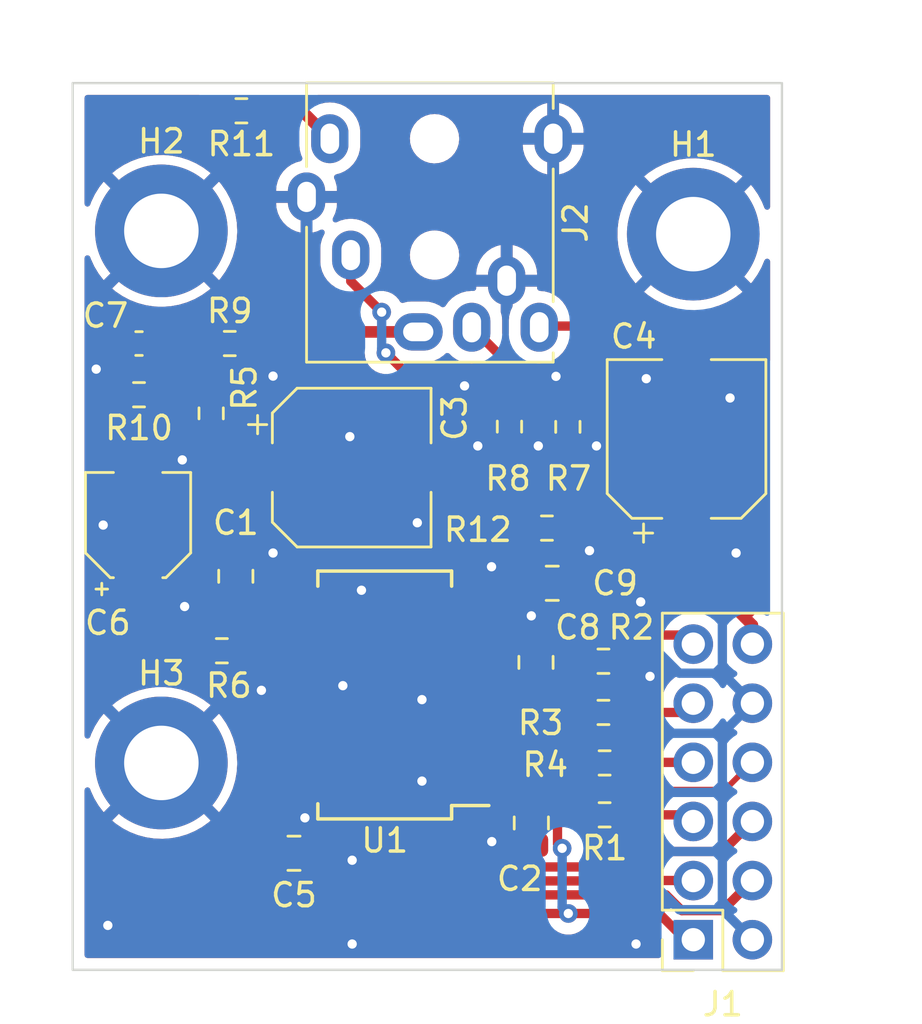
<source format=kicad_pcb>
(kicad_pcb (version 20210424) (generator pcbnew)

  (general
    (thickness 1.6)
  )

  (paper "A4")
  (layers
    (0 "F.Cu" signal)
    (31 "B.Cu" signal)
    (32 "B.Adhes" user "B.Adhesive")
    (33 "F.Adhes" user "F.Adhesive")
    (34 "B.Paste" user)
    (35 "F.Paste" user)
    (36 "B.SilkS" user "B.Silkscreen")
    (37 "F.SilkS" user "F.Silkscreen")
    (38 "B.Mask" user)
    (39 "F.Mask" user)
    (40 "Dwgs.User" user "User.Drawings")
    (41 "Cmts.User" user "User.Comments")
    (42 "Eco1.User" user "User.Eco1")
    (43 "Eco2.User" user "User.Eco2")
    (44 "Edge.Cuts" user)
    (45 "Margin" user)
    (46 "B.CrtYd" user "B.Courtyard")
    (47 "F.CrtYd" user "F.Courtyard")
    (48 "B.Fab" user)
    (49 "F.Fab" user)
    (50 "User.1" user)
    (51 "User.2" user)
    (52 "User.3" user)
    (53 "User.4" user)
    (54 "User.5" user)
    (55 "User.6" user)
    (56 "User.7" user)
    (57 "User.8" user)
    (58 "User.9" user)
  )

  (setup
    (stackup
      (layer "F.SilkS" (type "Top Silk Screen"))
      (layer "F.Paste" (type "Top Solder Paste"))
      (layer "F.Mask" (type "Top Solder Mask") (color "Green") (thickness 0.01))
      (layer "F.Cu" (type "copper") (thickness 0.035))
      (layer "dielectric 1" (type "core") (thickness 1.51) (material "FR4") (epsilon_r 4.5) (loss_tangent 0.02))
      (layer "B.Cu" (type "copper") (thickness 0.035))
      (layer "B.Mask" (type "Bottom Solder Mask") (color "Green") (thickness 0.01))
      (layer "B.Paste" (type "Bottom Solder Paste"))
      (layer "B.SilkS" (type "Bottom Silk Screen"))
      (copper_finish "None")
      (dielectric_constraints no)
    )
    (pad_to_mask_clearance 0)
    (pcbplotparams
      (layerselection 0x00010fc_ffffffff)
      (disableapertmacros false)
      (usegerberextensions false)
      (usegerberattributes true)
      (usegerberadvancedattributes true)
      (creategerberjobfile true)
      (svguseinch false)
      (svgprecision 6)
      (excludeedgelayer true)
      (plotframeref false)
      (viasonmask false)
      (mode 1)
      (useauxorigin false)
      (hpglpennumber 1)
      (hpglpenspeed 20)
      (hpglpendiameter 15.000000)
      (dxfpolygonmode true)
      (dxfimperialunits true)
      (dxfusepcbnewfont true)
      (psnegative false)
      (psa4output false)
      (plotreference true)
      (plotvalue true)
      (plotinvisibletext false)
      (sketchpadsonfab false)
      (subtractmaskfromsilk false)
      (outputformat 1)
      (mirror false)
      (drillshape 1)
      (scaleselection 1)
      (outputdirectory "")
    )
  )

  (net 0 "")
  (net 1 "Net-(C1-Pad1)")
  (net 2 "GND")
  (net 3 "+3V3")
  (net 4 "Net-(C3-Pad1)")
  (net 5 "Net-(C3-Pad2)")
  (net 6 "Net-(C4-Pad1)")
  (net 7 "Net-(C4-Pad2)")
  (net 8 "Net-(C6-Pad1)")
  (net 9 "Net-(C6-Pad2)")
  (net 10 "+3.3VA")
  (net 11 "/SDA")
  (net 12 "/SCL")
  (net 13 "/SDI")
  (net 14 "/SCK")
  (net 15 "/WS")
  (net 16 "/MCLK")
  (net 17 "/SDO")
  (net 18 "Net-(J2-PadR2)")
  (net 19 "Net-(J2-PadS)")
  (net 20 "/HP_DETECT")
  (net 21 "Net-(R1-Pad2)")
  (net 22 "Net-(R2-Pad2)")
  (net 23 "Net-(R3-Pad2)")
  (net 24 "Net-(R4-Pad2)")
  (net 25 "Net-(R5-Pad2)")
  (net 26 "Net-(R6-Pad2)")
  (net 27 "unconnected-(U1-Pad2)")
  (net 28 "unconnected-(U1-Pad12)")
  (net 29 "unconnected-(U1-Pad13)")
  (net 30 "unconnected-(U1-Pad19)")
  (net 31 "unconnected-(U1-Pad20)")
  (net 32 "unconnected-(U1-Pad26)")

  (footprint "Resistor_SMD:R_0603_1608Metric" (layer "F.Cu") (at 156.27 73.73))

  (footprint "MountingHole:MountingHole_3.2mm_M3_ISO7380_Pad" (layer "F.Cu") (at 162.56 61.1))

  (footprint "Resistor_SMD:R_0603_1608Metric" (layer "F.Cu") (at 143.14 55.8 180))

  (footprint "HackAmp-Footprints:Jack_3.5mm_CUI_SJ-435107RS_Horizontal" (layer "F.Cu") (at 150.74 65.3))

  (footprint "Resistor_SMD:R_0603_1608Metric" (layer "F.Cu") (at 158.75 83.82 180))

  (footprint "Capacitor_SMD:CP_Elec_6.3x7.7" (layer "F.Cu") (at 147.88 71.13))

  (footprint "Connector_PinSocket_2.54mm:PinSocket_2x06_P2.54mm_Vertical" (layer "F.Cu") (at 162.56 91.415 180))

  (footprint "Resistor_SMD:R_0603_1608Metric" (layer "F.Cu") (at 138.74 68 180))

  (footprint "Package_SO:SSOP-28_5.3x10.2mm_P0.65mm" (layer "F.Cu") (at 149.3 80.9 180))

  (footprint "Resistor_SMD:R_0603_1608Metric" (layer "F.Cu") (at 142.3 79))

  (footprint "Resistor_SMD:R_0603_1608Metric" (layer "F.Cu") (at 158.75 86.05 180))

  (footprint "Resistor_SMD:R_0603_1608Metric" (layer "F.Cu") (at 158.7 81.65 180))

  (footprint "Capacitor_SMD:C_0805_2012Metric" (layer "F.Cu") (at 145.4 87.7))

  (footprint "Resistor_SMD:R_0603_1608Metric" (layer "F.Cu") (at 141.84 68.8 -90))

  (footprint "MountingHole:MountingHole_3.2mm_M3_ISO7380_Pad" (layer "F.Cu") (at 139.7 83.82))

  (footprint "Capacitor_SMD:CP_Elec_6.3x7.7" (layer "F.Cu") (at 162.27 69.9 90))

  (footprint "Capacitor_SMD:C_0805_2012Metric" (layer "F.Cu") (at 155.6 86.4 -90))

  (footprint "Capacitor_SMD:CP_Elec_4x5.4" (layer "F.Cu") (at 138.7 73.6 90))

  (footprint "MountingHole:MountingHole_3.2mm_M3_ISO7380_Pad" (layer "F.Cu") (at 139.7 60.96))

  (footprint "Capacitor_SMD:C_0805_2012Metric" (layer "F.Cu") (at 156.5 76.1))

  (footprint "Resistor_SMD:R_0603_1608Metric" (layer "F.Cu") (at 158.7 79.45 180))

  (footprint "Capacitor_SMD:C_0805_2012Metric" (layer "F.Cu") (at 155.8 79.5 90))

  (footprint "Capacitor_SMD:C_0603_1608Metric" (layer "F.Cu") (at 138.74 65.8 180))

  (footprint "Resistor_SMD:R_0603_1608Metric" (layer "F.Cu") (at 142.64 65.8 180))

  (footprint "Capacitor_SMD:C_0805_2012Metric" (layer "F.Cu") (at 142.9 75.8 90))

  (footprint "Resistor_SMD:R_0603_1608Metric" (layer "F.Cu") (at 154.66 69.37 -90))

  (footprint "Resistor_SMD:R_0603_1608Metric" (layer "F.Cu") (at 157.17 69.38 -90))

  (gr_rect (start 135.89 92.71) (end 166.37 54.61) (layer "Edge.Cuts") (width 0.1) (fill none) (tstamp 30208235-7c3f-4838-ac54-dc3cf5fab1f6))

  (segment (start 145.7 77.325) (end 143.475 77.325) (width 0.4) (layer "F.Cu") (net 1) (tstamp a3345d69-ac75-4e59-8e19-3f10606cfad3))
  (segment (start 143.475 77.325) (end 142.9 76.75) (width 0.4) (layer "F.Cu") (net 1) (tstamp c96fd8bc-abc1-48d9-b2cb-2a4890e75ef5))
  (segment (start 147.425 80.575) (end 147.5 80.5) (width 0.4) (layer "F.Cu") (net 2) (tstamp 14e7a897-38dd-4639-874d-c2a591ba2dc3))
  (segment (start 147.8 81) (end 147.8 80.2) (width 0.4) (layer "F.Cu") (net 2) (tstamp 1748f2fe-da97-4c33-971c-55a12381fa9e))
  (segment (start 144.125 81.225) (end 144 81.1) (width 0.4) (layer "F.Cu") (net 2) (tstamp 1b9667b3-ed10-4739-bcd9-2e847952a18b))
  (segment (start 146.875 76.675) (end 145.7 76.675) (width 0.4) (layer "F.Cu") (net 2) (tstamp 1c66e6e5-f02b-448a-8bd0-ed5c993a5a30))
  (segment (start 145.7 81.225) (end 147.575 81.225) (width 0.4) (layer "F.Cu") (net 2) (tstamp 3dd055a1-07bb-41d8-bee1-62d0053692ea))
  (segment (start 147.8 80.2) (end 147.8 77.6) (width 0.4) (layer "F.Cu") (net 2) (tstamp 3f00120c-d558-48ab-b4e2-0865c02d85a4))
  (segment (start 157.45 75.35) (end 158.1 74.7) (width 0.4) (layer "F.Cu") (net 2) (tstamp 435ce6cd-3fd6-41f4-87ec-0ed3df8a3b7d))
  (segment (start 144.125 80.575) (end 145.7 80.575) (width 0.4) (layer "F.Cu") (net 2) (tstamp 4d0c2313-4c6d-4071-a463-470321508130))
  (segment (start 144 80.7) (end 144.125 80.575) (width 0.4) (layer "F.Cu") (net 2) (tstamp 50c64282-3f78-4c3d-999b-a2687903c8fd))
  (segment (start 147.575 81.225) (end 147.8 81) (width 0.4) (layer "F.Cu") (net 2) (tstamp 55c1f84f-47bf-4d7c-8c99-ed4d081bbdc1))
  (segment (start 157.45 76.1) (end 157.45 75.35) (width 0.4) (layer "F.Cu") (net 2) (tstamp 608fc6f2-6c5b-46d0-938f-3afc7696a5c1))
  (segment (start 147.5 80.5) (end 147.8 80.2) (width 0.4) (layer "F.Cu") (net 2) (tstamp 914607b5-4840-40f4-a89d-e6d4a5f5fcf7))
  (segment (start 146.35 87.7) (end 146.35 86.66) (width 0.25) (layer "F.Cu") (net 2) (tstamp 9d443d29-271b-44e6-a377-52bee15e751c))
  (segment (start 155.8 77.7) (end 155.6 77.5) (width 0.4) (layer "F.Cu") (net 2) (tstamp b0548aa0-a028-476a-9711-b0bb450d97d1))
  (segment (start 146.35 86.66) (end 145.87 86.18) (width 0.25) (layer "F.Cu") (net 2) (tstamp c6b8c392-16b0-4fdc-a65f-6003f759fd6f))
  (segment (start 147.8 77.6) (end 146.875 76.675) (width 0.4) (layer "F.Cu") (net 2) (tstamp d0b0d4ff-6187-46f7-acc4-a8a879a2d71e))
  (segment (start 155.725 78.625) (end 152.9 78.625) (width 0.4) (layer "F.Cu") (net 2) (tstamp e104a0e5-b418-420f-9357-9ac2c9847f83))
  (segment (start 155.8 78.55) (end 155.8 77.7) (width 0.4) (layer "F.Cu") (net 2) (tstamp e2f82367-e525-467c-acee-a7a82aeff1d2))
  (segment (start 145.7 81.225) (end 144.125 81.225) (width 0.4) (layer "F.Cu") (net 2) (tstamp ee013607-335b-46da-b357-476ba94d9427))
  (segment (start 155.8 78.55) (end 155.725 78.625) (width 0.4) (layer "F.Cu") (net 2) (tstamp f07aba79-f637-43e1-b000-6a38eba3a3ae))
  (segment (start 144 81.1) (end 144 80.7) (width 0.4) (layer "F.Cu") (net 2) (tstamp f1e0fe80-5859-4e21-a8d8-4687f0b9a0bc))
  (segment (start 145.7 80.575) (end 147.425 80.575) (width 0.4) (layer "F.Cu") (net 2) (tstamp ff019ce8-45af-4418-b1c2-e6a472ed5b21))
  (via (at 147.9 88) (size 0.8) (drill 0.4) (layers "F.Cu" "B.Cu") (free) (net 2) (tstamp 01334041-ecf2-4b11-a498-a4790c98e702))
  (via (at 137.2 73.6) (size 0.8) (drill 0.4) (layers "F.Cu" "B.Cu") (free) (net 2) (tstamp 0237a173-f018-4da0-9dfc-fa7bd65c5c51))
  (via (at 144.5 67.2) (size 0.8) (drill 0.4) (layers "F.Cu" "B.Cu") (free) (net 2) (tstamp 102e5c76-8d32-4d31-92c3-ea8b31930871))
  (via (at 160.54 67.31) (size 0.8) (drill 0.4) (layers "F.Cu" "B.Cu") (free) (net 2) (tstamp 1e72ba13-6617-4c0c-8279-3db7c79d4ff8))
  (via (at 160.7 80.1) (size 0.8) (drill 0.4) (layers "F.Cu" "B.Cu") (free) (net 2) (tstamp 1e9314ec-0791-47a6-b0b5-27bf944b5127))
  (via (at 147.5 80.5) (size 0.8) (drill 0.4) (layers "F.Cu" "B.Cu") (net 2) (tstamp 200d3798-5e48-49ab-a1db-100e01d3c1b4))
  (via (at 148.3 76.4) (size 0.8) (drill 0.4) (layers "F.Cu" "B.Cu") (free) (net 2) (tstamp 2bb7a2d3-0ae0-4e16-b3be-016c8574bc61))
  (via (at 137.4 90.8) (size 0.8) (drill 0.4) (layers "F.Cu" "B.Cu") (free) (net 2) (tstamp 30042354-89e7-4818-8b79-3f38e0f1c76a))
  (via (at 153.3 70.2) (size 0.8) (drill 0.4) (layers "F.Cu" "B.Cu") (free) (net 2) (tstamp 40908f83-5fd0-4187-8c1e-67219bb1097d))
  (via (at 156.66 67.21) (size 0.8) (drill 0.4) (layers "F.Cu" "B.Cu") (free) (net 2) (tstamp 4f65d3de-3c90-42d2-9cc9-dee341dfb30b))
  (via (at 153.89 75.39) (size 0.8) (drill 0.4) (layers "F.Cu" "B.Cu") (free) (net 2) (tstamp 5012589f-8ba3-4cf7-9436-e48ad3365bb4))
  (via (at 158.1 74.7) (size 0.8) (drill 0.4) (layers "F.Cu" "B.Cu") (net 2) (tstamp 50de52ca-f087-4c9a-96a3-89af87034b5a))
  (via (at 136.9 66.9) (size 0.8) (drill 0.4) (layers "F.Cu" "B.Cu") (free) (net 2) (tstamp 573d5c1a-4a2e-4e96-90f2-cd91b38f97af))
  (via (at 144 80.7) (size 0.8) (drill 0.4) (layers "F.Cu" "B.Cu") (net 2) (tstamp 5cadb362-1738-4251-94c6-2b4e8e6ee3b3))
  (via (at 158.4 70.2) (size 0.8) (drill 0.4) (layers "F.Cu" "B.Cu") (free) (net 2) (tstamp 69cd986e-0e84-4c53-b464-2a8f1faad543))
  (via (at 164.4 74.8) (size 0.8) (drill 0.4) (layers "F.Cu" "B.Cu") (free) (net 2) (tstamp 6af4cb57-1996-4855-8f2c-933e06d03149))
  (via (at 145.87 86.18) (size 0.8) (drill 0.4) (layers "F.Cu" "B.Cu") (net 2) (tstamp 71b462ef-d726-4e6e-be05-52b51cbfdfd7))
  (via (at 150.9 81.1) (size 0.8) (drill 0.4) (layers "F.Cu" "B.Cu") (free) (net 2) (tstamp 7cce2cbc-2d0a-401c-a3d3-79de008c19aa))
  (via (at 155.9 70.2) (size 0.8) (drill 0.4) (layers "F.Cu" "B.Cu") (free) (net 2) (tstamp 7e9e684a-785e-4b87-aab5-82ce89c3d28e))
  (via (at 152.73 67.62) (size 0.8) (drill 0.4) (layers "F.Cu" "B.Cu") (free) (net 2) (tstamp 86adb185-fec7-42ec-968d-f8332c9c84d8))
  (via (at 160.1 91.6) (size 0.8) (drill 0.4) (layers "F.Cu" "B.Cu") (free) (net 2) (tstamp 8ded4121-3053-43aa-a75c-1dc3207e2e24))
  (via (at 153.9 87.2) (size 0.8) (drill 0.4) (layers "F.Cu" "B.Cu") (free) (net 2) (tstamp 92e1a538-9de8-42b6-87c7-a0cc52841294))
  (via (at 160.3 76.9) (size 0.8) (drill 0.4) (layers "F.Cu" "B.Cu") (free) (net 2) (tstamp a4131cd8-3103-4c68-9495-1929aec03b4a))
  (via (at 147.9 91.6) (size 0.8) (drill 0.4) (layers "F.Cu" "B.Cu") (free) (net 2) (tstamp b98f2082-f415-4a55-bd15-b96fa081cefc))
  (via (at 147.8 69.8) (size 0.8) (drill 0.4) (layers "F.Cu" "B.Cu") (free) (net 2) (tstamp bd52fef4-8814-47a3-8d5a-52de2b6bbff5))
  (via (at 150.9 84.6) (size 0.8) (drill 0.4) (layers "F.Cu" "B.Cu") (free) (net 2) (tstamp be28e537-f83f-4c51-96df-af6642ee5af1))
  (via (at 164.14 68.14) (size 0.8) (drill 0.4) (layers "F.Cu" "B.Cu") (free) (net 2) (tstamp d382efc3-542f-44b6-b77b-c94057c37786))
  (via (at 150.7 73.5) (size 0.8) (drill 0.4) (layers "F.Cu" "B.Cu") (free) (net 2) (tstamp d9bd3bc5-ebfb-4705-ac1c-8563b9317b23))
  (via (at 140.7 77.1) (size 0.8) (drill 0.4) (layers "F.Cu" "B.Cu") (free) (net 2) (tstamp de121eef-ad4d-4845-bdff-f5caeb3371c1))
  (via (at 144.5 74.8) (size 0.8) (drill 0.4) (layers "F.Cu" "B.Cu") (free) (net 2) (tstamp df3cbee7-c2ac-4bba-ba18-32ff0daf45bf))
  (via (at 155.6 77.5) (size 0.8) (drill 0.4) (layers "F.Cu" "B.Cu") (net 2) (tstamp e82e42c7-cf81-403a-91e1-690b6de3a01f))
  (via (at 140.6 70.8) (size 0.8) (drill 0.4) (layers "F.Cu" "B.Cu") (free) (net 2) (tstamp f542c883-32d8-41a1-9d1a-8b1c7b039aa7))
  (segment (start 163.685489 85.085489) (end 157.985489 85.085489) (width 0.4) (layer "B.Cu") (net 2) (tstamp 0cff9991-915a-49be-b3a3-828222545550))
  (segment (start 149.935489 82.114511) (end 145.87 86.18) (width 0.4) (layer "B.Cu") (net 2) (tstamp 0f9fc59d-fb20-4ead-ac15-37c5043d28ce))
  (segment (start 158.1 74.7) (end 157.99 74.81) (width 0.4) (layer "B.Cu") (net 2) (tstamp 160f096d-3c98-4492-b178-eca2d60e8e24))
  (segment (start 157.99 74.81) (end 157.99 75.39) (width 0.4) (layer "B.Cu") (net 2) (tstamp 1a067899-e181-43bf-8582-8ac80e3d514a))
  (segment (start 159.574511 87.625489) (end 159.517861 87.682139) (width 0.4) (layer "B.Cu") (net 2) (tstamp 291ed4eb-5a09-4607-b700-c4790dccf2a5))
  (segment (start 163.809511 79.964511) (end 163.809511 77.80719) (width 0.4) (layer "B.Cu") (net 2) (tstamp 2b477bb6-f2f6-4a1f-b2c0-03d321dc06e2))
  (segment (start 163.809511 85.209511) (end 163.685489 85.085489) (width 0.4) (layer "B.Cu") (net 2) (tstamp 2f305ee8-04d6-47ab-96e5-f102aedfbe02))
  (segment (start 157.99 75.39) (end 153.89 75.39) (width 0.4) (layer "B.Cu") (net 2) (tstamp 304cf421-ad76-445e-a72d-52b4f198293a))
  (segment (start 163.809511 79.964511) (end 161.960234 79.964511) (width 0.4) (layer "B.Cu") (net 2) (tstamp 30b2eb46-5022-4e19-95a7-5a75ad0ab27f))
  (segment (start 163.809511 82.545489) (end 157.776467 82.545489) (width 0.4) (layer "B.Cu") (net 2) (tstamp 349e1e81-edf1-4563-addd-ae18a8788320))
  (segment (start 157.776467 82.545489) (end 157.715489 82.484511) (width 0.4) (layer "B.Cu") (net 2) (tstamp 36b8e789-1fe6-4ff6-9536-2adaa57f9b27))
  (segment (start 160.3 78.304277) (end 160.3 76.9) (width 0.4) (layer "B.Cu") (net 2) (tstamp 49968d7e-ba4b-4595-bbd8-88c87d3b52de))
  (segment (start 165.1 81.255) (end 163.809511 79.964511) (width 0.4) (layer "B.Cu") (net 2) (tstamp 4e704b74-e27c-4d4a-92a3-9c06c8558252))
  (segment (start 163.809511 90.124511) (end 163.809511 87.690489) (width 0.4) (layer "B.Cu") (net 2) (tstamp 53062a21-4de0-4515-89d5-ebd61a824b1b))
  (segment (start 157.715489 84.815489) (end 157.715489 82.484511) (width 0.4) (layer "B.Cu") (net 2) (tstamp 5ab054ce-ba02-474b-8614-cd58b3628426))
  (segment (start 161.474277 75.39) (end 157.99 75.39) (width 0.4) (layer "B.Cu") (net 2) (tstamp 65557130-9727-4b97-8524-e40e8bebdef2))
  (segment (start 163.744511 87.625489) (end 159.574511 87.625489) (width 0.4) (layer "B.Cu") (net 2) (tstamp 65604ffa-92e2-4124-899c-feae4b5dcdd3))
  (segment (start 163.809511 87.690489) (end 163.744511 87.625489) (width 0.4) (layer "B.Cu") (net 2) (tstamp 658016ab-b6db-4992-8e61-6943a5a5b19e))
  (segment (start 157.715489 82.484511) (end 157.715489 79.615489) (width 0.4) (layer "B.Cu") (net 2) (tstamp 6ed0399b-e945-488f-9c5c-89e177f7839b))
  (segment (start 157.715489 85.879766) (end 157.715489 84.815489) (width 0.4) (layer "B.Cu") (net 2) (tstamp 90760144-c456-4df1-8a65-b5fc2dae5983))
  (segment (start 163.850489 77.766212) (end 161.474277 75.39) (width 0.4) (layer "B.Cu") (net 2) (tstamp 956b74dc-20d0-4218-b324-ec2d51277c5f))
  (segment (start 157.985489 85.085489) (end 157.715489 84.815489) (width 0.4) (layer "B.Cu") (net 2) (tstamp 9caa8ff8-2155-4a0c-a4bf-de9f4eef096a))
  (segment (start 161.960234 79.964511) (end 160.3 78.304277) (width 0.4) (layer "B.Cu") (net 2) (tstamp b60182cd-c819-4a14-a4d6-e4b9c0060dd2))
  (segment (start 163.809511 77.80719) (end 163.850489 77.766212) (width 0.4) (layer "B.Cu") (net 2) (tstamp bd784bd9-54f7-4946-b761-57b144ef6188))
  (segment (start 165.1 91.415) (end 163.809511 90.124511) (width 0.4) (layer "B.Cu") (net 2) (tstamp d3805273-01d5-42ec-97da-784dcdf9c26a))
  (segment (start 157.715489 79.615489) (end 155.6 77.5) (width 0.4) (layer "B.Cu") (net 2) (tstamp dd6150fb-bf8a-4d6b-b00a-b6b8720cceb1))
  (segment (start 161.960234 90.124511) (end 159.517861 87.682139) (width 0.4) (layer "B.Cu") (net 2) (tstamp eb3f639e-133c-443f-95b6-b2c207d4b1b4))
  (segment (start 163.809511 82.545489) (end 165.1 81.255) (width 0.4) (layer "B.Cu") (net 2) (tstamp f0cadd31-8b99-4da8-b371-4275bc07ff57))
  (segment (start 163.809511 87.690489) (end 163.809511 85.209511) (width 0.4) (layer "B.Cu") (net 2) (tstamp f413f145-ef16-45a6-8588-da605916bbbe))
  (segment (start 159.517861 87.682139) (end 157.715489 85.879766) (width 0.4) (layer "B.Cu") (net 2) (tstamp f50000a3-9e79-4597-9630-f12267ad5163))
  (segment (start 163.809511 85.209511) (end 163.809511 82.545489) (width 0.4) (layer "B.Cu") (net 2) (tstamp fa70adc4-6572-489c-aecf-fe48f8f795d0))
  (segment (start 163.809511 90.124511) (end 161.960234 90.124511) (width 0.4) (layer "B.Cu") (net 2) (tstamp fed5a112-a710-4eb4-9e34-dcb5a0bf3112))
  (segment (start 145.7 84.475) (end 144.53088 84.475) (width 0.4) (layer "F.Cu") (net 3) (tstamp 0738d873-61f3-4dc3-90a2-49570cda47b1))
  (segment (start 144.4 84.60588) (end 144.4 86.7) (width 0.4) (layer "F.Cu") (net 3) (tstamp 09849439-e699-44d4-a906-e6220d51f1f0))
  (segment (start 144.53088 84.475) (end 144.4 84.60588) (width 0.4) (layer "F.Cu") (net 3) (tstamp 16aedc9a-bc83-4fbf-9936-e43a7b1ccd7d))
  (segment (start 145.62452 88.87452) (end 144.45 87.7) (width 0.5) (layer "F.Cu") (net 3) (tstamp 2bd19f87-bc0c-40c3-af89-fe9e65842f36))
  (segment (start 144.45 86.75) (end 144.45 87.7) (width 0.4) (layer "F.Cu") (net 3) (tstamp 5f66bf34-5592-484c-b095-4c2d65bd1161))
  (segment (start 161.08854 90.28854) (end 162.215 91.415) (width 0.4) (layer "F.Cu") (net 3) (tstamp 6ffbbb69-8ce8-4c31-9161-99004e75dc2f))
  (segment (start 162.56 91.025) (end 162.325 91.025) (width 0.5) (layer "F.Cu") (net 3) (tstamp 8bd8ed80-7e9d-4239-863e-43df78aa6efc))
  (segment (start 157.19 90.28854) (end 161.08854 90.28854) (width 0.4) (layer "F.Cu") (net 3) (tstamp 8f91aedd-7ed4-4b7e-8c59-124ce0cc6eb3))
  (segment (start 155.275 85.125) (end 155.6 85.45) (width 0.4) (layer "F.Cu") (net 3) (tstamp aac60e1d-c729-44e4-a7af-036031f5dabd))
  (segment (start 144.4 86.7) (end 144.45 86.75) (width 0.4) (layer "F.Cu") (net 3) (tstamp ae964b4a-15c4-47c7-a7e5-fe2db3094c83))
  (segment (start 156.72452 87.287984) (end 156.9245 87.487964) (width 0.4) (layer "F.Cu") (net 3) (tstamp b0deff7f-6555-4f17-9960-27b652fd9ddb))
  (segment (start 156.72452 86.57452) (end 156.72452 87.287984) (width 0.4) (layer "F.Cu") (net 3) (tstamp ba23c772-7713-456b-bfdc-abb05527677e))
  (segment (start 152.9 85.125) (end 155.275 85.125) (width 0.4) (layer "F.Cu") (net 3) (tstamp d2f52ea5-3dff-408f-b446-57d1ebf5f72b))
  (segment (start 162.215 91.415) (end 162.56 91.415) (width 0.4) (layer "F.Cu") (net 3) (tstamp d35a2e5b-5990-4749-9033-bce044550caa))
  (segment (start 155.6 85.45) (end 156.72452 86.57452) (width 0.4) (layer "F.Cu") (net 3) (tstamp d8b52b8c-9c88-4a09-9303-7854b9a267dc))
  (segment (start 147.03854 90.28854) (end 145.62452 88.87452) (width 0.4) (layer "F.Cu") (net 3) (tstamp dd8aa305-4ff6-48ee-8b77-2a5f9b685057))
  (segment (start 157.19 90.28854) (end 147.03854 90.28854) (width 0.4) (layer "F.Cu") (net 3) (tstamp f27148d7-0da5-4df9-ab9e-828718778707))
  (via (at 157.19 90.28854) (size 0.8) (drill 0.4) (layers "F.Cu" "B.Cu") (net 3) (tstamp a793feef-b14b-4909-82aa-1501a4ddeb1f))
  (via (at 156.9245 87.487964) (size 0.8) (drill 0.4) (layers "F.Cu" "B.Cu") (net 3) (tstamp c3e68134-1071-4c6d-8f2b-fc66adec4224))
  (segment (start 156.9245 90.02304) (end 157.19 90.28854) (width 0.4) (layer "B.Cu") (net 3) (tstamp e390092b-9a24-4870-a503-633e80de5ea0))
  (segment (start 156.9245 87.487964) (end 156.9245 90.02304) (width 0.4) (layer "B.Cu") (net 3) (tstamp f9fcbbb3-895f-4016-807e-d663bd4e8572))
  (segment (start 151.53303 79.925) (end 152.9 79.925) (width 0.4) (layer "F.Cu") (net 4) (tstamp 0298d744-73ef-43ed-bc2b-069ba229590a))
  (segment (start 151.025969 76.975969) (end 151.025969 79.417939) (width 0.4) (layer "F.Cu") (net 4) (tstamp be923c74-f2ed-4f4b-93ae-f50521e3bf01))
  (segment (start 145.18 71.13) (end 151.025969 76.975969) (width 0.4) (layer "F.Cu") (net 4) (tstamp d707bd4c-0f4c-409a-8944-5873a007f089))
  (segment (start 151.025969 79.417939) (end 151.53303 79.925) (width 0.4) (layer "F.Cu") (net 4) (tstamp dfa76cc2-5982-41b6-8e1e-ce3ad3ab0aec))
  (segment (start 151.695 70.015) (end 150.58 71.13) (width 0.4) (layer "F.Cu") (net 5) (tstamp 0cacb5cf-f907-4da9-97a7-2c1dfc06e0db))
  (segment (start 151.695 68.545) (end 151.695 70.015) (width 0.4) (layer "F.Cu") (net 5) (tstamp 33741c18-b7cc-4ecc-b3bf-ce2b5c1565ff))
  (segment (start 147.84 62) (end 147.84 63.122618) (width 0.4) (layer "F.Cu") (net 5) (tstamp 4572e7f6-1b7e-457a-88cc-f6a4b6f5c817))
  (segment (start 149.35 66.2) (end 151.695 68.545) (width 0.4) (layer "F.Cu") (net 5) (tstamp 4d8580ef-01bc-41ae-88ad-c89758eaa2c8))
  (segment (start 151.695 68.545) (end 154.66 68.545) (width 0.4) (layer "F.Cu") (net 5) (tstamp 863b75d3-0e13-449f-ad0e-cadbc0c53d6e))
  (segment (start 147.84 63.122618) (end 149.167882 64.4505) (width 0.4) (layer "F.Cu") (net 5) (tstamp 9e458ec1-3736-46e9-a7ed-e0c794253c3e))
  (via (at 149.35 66.2) (size 0.8) (drill 0.4) (layers "F.Cu" "B.Cu") (net 5) (tstamp 385ea653-59ea-489c-9da6-1017b1488325))
  (via (at 149.167882 64.4505) (size 0.8) (drill 0.4) (layers "F.Cu" "B.Cu") (net 5) (tstamp ded1453f-4dd7-4682-98d2-abe8d8fb4e98))
  (segment (start 149.167882 64.4505) (end 149.167882 66.017882) (width 0.4) (layer "B.Cu") (net 5) (tstamp b7bd6038-b113-49d8-ab51-94def16733cd))
  (segment (start 149.167882 66.017882) (end 149.35 66.2) (width 0.4) (layer "B.Cu") (net 5) (tstamp e9b55fd7-3ff0-421a-9240-b0e95fad1727))
  (segment (start 155.15588 72.6) (end 162.27 72.6) (width 0.4) (layer "F.Cu") (net 6) (tstamp 106e7d2e-2437-4180-be7c-559f894cfcdb))
  (segment (start 151.625489 79.169609) (end 151.625489 76.130391) (width 0.4) (layer "F.Cu") (net 6) (tstamp 6697dfe9-eb1b-4773-88fe-0b7b875563ae))
  (segment (start 151.625489 76.130391) (end 155.15588 72.6) (width 0.4) (layer "F.Cu") (net 6) (tstamp 692eb22e-a610-400a-a0d0-ca411b5b2818))
  (segment (start 152.9 79.275) (end 151.73088 79.275) (width 0.4) (layer "F.Cu") (net 6) (tstamp a055694e-492e-47d2-b6c3-b0edfcb97b67))
  (segment (start 151.73088 79.275) (end 151.625489 79.169609) (width 0.4) (layer "F.Cu") (net 6) (tstamp cf00ff52-fb21-44aa-a305-ea1a2d45b328))
  (segment (start 157.17 68.555) (end 160.915 68.555) (width 0.4) (layer "F.Cu") (net 7) (tstamp 0f2cadad-7155-4344-8076-72fbebace625))
  (segment (start 156.495 68.555) (end 157.17 68.555) (width 0.4) (layer "F.Cu") (net 7) (tstamp 4503d66f-7966-4e4c-be4f-745b5c0a346a))
  (segment (start 153.04 65.1) (end 156.495 68.555) (width 0.4) (layer "F.Cu") (net 7) (tstamp 636e6720-30e8-4e6a-84e4-ee782f318966))
  (segment (start 160.915 68.555) (end 162.27 67.2) (width 0.4) (layer "F.Cu") (net 7) (tstamp e2f620fe-476c-488b-b811-803c02632e6e))
  (segment (start 141 79) (end 141.475 79) (width 0.5) (layer "F.Cu") (net 8) (tstamp 646a7a06-4fc3-445c-9b9f-d510098889fb))
  (segment (start 138.7 75.4) (end 138.7 76.7) (width 0.5) (layer "F.Cu") (net 8) (tstamp 83fbf3d7-2133-4242-9274-27321babc374))
  (segment (start 138.7 76.7) (end 141 79) (width 0.5) (layer "F.Cu") (net 8) (tstamp b0261b41-836b-49d2-bbb6-f1b2dd597aa8))
  (segment (start 138.7 68.865) (end 139.565 68) (width 0.5) (layer "F.Cu") (net 9) (tstamp 03e0376a-cf43-45b4-9f44-1e9c3c5023f2))
  (segment (start 141.815 67.95) (end 141.84 67.975) (width 0.5) (layer "F.Cu") (net 9) (tstamp 1f3099f8-a347-4764-8177-7b7edfb4f34d))
  (segment (start 139.565 65.85) (end 139.515 65.8) (width 0.5) (layer "F.Cu") (net 9) (tstamp 4ba3f84b-a61f-4061-90f0-33d8a27d5c41))
  (segment (start 139.565 68) (end 141.815 68) (width 0.5) (layer "F.Cu") (net 9) (tstamp 5859b785-2c9c-4ae7-92ff-1cb75d89b004))
  (segment (start 141.815 65.8) (end 141.815 67.95) (width 0.5) (layer "F.Cu") (net 9) (tstamp 7074d62b-2f17-48ab-b906-de1aa9ce8990))
  (segment (start 138.7 71.8) (end 138.7 68.865) (width 0.5) (layer "F.Cu") (net 9) (tstamp 744e501f-3612-4f6c-bf7a-ac4ce56f6f2e))
  (segment (start 141.815 68) (end 141.84 67.975) (width 0.5) (layer "F.Cu") (net 9) (tstamp 7f1f00d9-9ae6-41af-bbbf-331d346453cb))
  (segment (start 139.565 68) (end 139.565 65.85) (width 0.5) (layer "F.Cu") (net 9) (tstamp 87c201cf-e33f-440a-b16c-fabb7763f943))
  (segment (start 155.445 75.995) (end 155.55 76.1) (width 0.4) (layer "F.Cu") (net 10) (tstamp 290e1e24-fbf8-4ae2-ab36-80ac359681ca))
  (segment (start 152.9 76.675) (end 154.975 76.675) (width 0.4) (layer "F.Cu") (net 10) (tstamp 4627fb69-2ef8-4a43-886a-2a4672d36cf9))
  (segment (start 156.97452 78.92548) (end 156.97452 79.27548) (width 0.5) (layer "F.Cu") (net 10) (tstamp 5ae2eb65-6151-421c-b41c-cfc0f9977d13))
  (segment (start 157.575 78.325) (end 156.97452 78.92548) (width 0.5) (layer "F.Cu") (net 10) (tstamp 61b0febb-62db-46e5-811a-6faecbbdfe5d))
  (segment (start 162.17 78.325) (end 162.56 78.715) (width 0.4) (layer "F.Cu") (net 10) (tstamp 849eb525-f95b-46e2-8735-87be5e09b12c))
  (segment (start 157.575 78.125) (end 157.575 78.325) (width 0.4) (layer "F.Cu") (net 10) (tstamp adc14da4-d6f6-487c-8e7e-2eef24b8fbd7))
  (segment (start 154.975 76.675) (end 155.55 76.1) (width 0.4) (layer "F.Cu") (net 10) (tstamp dd017c74-b624-425f-8005-5a13f3644488))
  (segment (start 156.97452 79.27548) (end 155.8 80.45) (width 0.5) (layer "F.Cu") (net 10) (tstamp e01a35ff-96d5-48da-81e9-48a365969bcd))
  (segment (start 155.675 80.575) (end 155.8 80.45) (width 0.4) (layer "F.Cu") (net 10) (tstamp e0f85d4e-1fe9-4e8d-832a-d30be4d40528))
  (segment (start 155.55 76.1) (end 157.575 78.125) (width 0.4) (layer "F.Cu") (net 10) (tstamp e196c37d-d078-4c11-966f-3625b58310e4))
  (segment (start 155.445 73.73) (end 155.445 75.995) (width 0.4) (layer "F.Cu") (net 10) (tstamp e3287c39-4ec4-4b39-b403-283178844ac5))
  (segment (start 152.9 80.575) (end 155.675 80.575) (width 0.4) (layer "F.Cu") (net 10) (tstamp edfe2867-b0bf-4b7e-a915-b1ecccec2079))
  (segment (start 157.575 78.325) (end 162.17 78.325) (width 0.4) (layer "F.Cu") (net 10) (tstamp f2033316-ce57-4819-876c-48490a6577fa))
  (segment (start 161.434511 87.625489) (end 163.809511 87.625489) (width 0.4) (layer "F.Cu") (net 11) (tstamp 3587e304-137e-4819-aae0-6ee327790f6d))
  (segment (start 148.173551 83.783551) (end 148.173551 82.90834) (width 0.4) (layer "F.Cu") (net 11) (tstamp 606ef776-7db3-4249-abb8-bbfdd02100f7))
  (segment (start 160.77 88.29) (end 152.68 88.29) (width 0.4) (layer "F.Cu") (net 11) (tstamp bef434f3-5b98-4de4-a587-e29c83e29949))
  (segment (start 152.68 88.29) (end 148.173551 83.783551) (width 0.4) (layer "F.Cu") (net 11) (tstamp d0b48123-a6a3-43f8-a8d5-1b3333e53b9a))
  (segment (start 147.140211 81.875) (end 145.7 81.875) (width 0.4) (layer "F.Cu") (net 11) (tstamp d306f59e-06cf-43a5-bf11-69602897c236))
  (segment (start 160.77 88.29) (end 161.434511 87.625489) (width 0.4) (layer "F.Cu") (net 11) (tstamp d44c8c56-4389-4b9a-b364-11c208c35e4d))
  (segment (start 163.809511 87.625489) (end 165.1 86.335) (width 0.4) (layer "F.Cu") (net 11) (tstamp ec4ac17d-3068-46c8-ab7e-82e8eac2f493))
  (segment (start 148.173551 82.90834) (end 147.140211 81.875) (width 0.4) (layer "F.Cu") (net 11) (tstamp f4a013c5-f068-4550-8e6c-dfda81316d2c))
  (segment (start 147.574031 83.15667) (end 146.942361 82.525) (width 0.4) (layer "F.Cu") (net 12) (tstamp 0a61c9d2-b265-4365-af14-bebd03d869ed))
  (segment (start 161.018329 88.88952) (end 161.037368 88.87048) (width 0.4) (layer "F.Cu") (net 12) (tstamp 29d8c54e-f97b-42bb-b986-ccf68e57cf9f))
  (segment (start 162.55548 88.87048) (end 162.56 88.875) (width 0.4) (layer "F.Cu") (net 12) (tstamp 2dc7838c-c44f-49eb-aa12-3a02fa494738))
  (segment (start 161.037368 88.87048) (end 162.55548 88.87048) (width 0.4) (layer "F.Cu") (net 12) (tstamp 56a69fa8-299e-429c-98b8-7b259945cc95))
  (segment (start 146.942361 82.525) (end 145.7 82.525) (width 0.4) (layer "F.Cu") (net 12) (tstamp 7828f11e-f11c-438a-86e9-3396f35c067f))
  (segment (start 152.43167 88.88952) (end 147.574031 84.031881) (width 0.4) (layer "F.Cu") (net 12) (tstamp a74be0cf-edb6-46d0-a0a5-56b54d916ac9))
  (segment (start 147.574031 84.031881) (end 147.574031 83.15667) (width 0.4) (layer "F.Cu") (net 12) (tstamp e22aada9-2daf-4df1-aabc-41de9ee16b83))
  (segment (start 161.018329 88.88952) (end 152.43167 88.88952) (width 0.4) (layer "F.Cu") (net 12) (tstamp e59b6e1d-7d97-48de-8286-8515d9aa5906))
  (segment (start 157.850657 84.969511) (end 163.925489 84.969511) (width 0.25) (layer "F.Cu") (net 13) (tstamp 37ffc6c9-ed87-46a0-a7a8-a5a83609226b))
  (segment (start 163.925489 84.969511) (end 165.1 83.795) (width 0.25) (layer "F.Cu") (net 13) (tstamp 5d10f343-ea14-42bb-ab91-35cbb7afa3fa))
  (segment (start 152.9 83.175) (end 156.056146 83.175) (width 0.25) (layer "F.Cu") (net 13) (tstamp 8c124dad-7c6c-4b25-8bff-82ee1a63da8a))
  (segment (start 156.056146 83.175) (end 157.850657 84.969511) (width 0.25) (layer "F.Cu") (net 13) (tstamp d6e478b3-34f2-44ab-8ab8-c098ec6bf861))
  (segment (start 162.275 86.05) (end 162.56 86.335) (width 0.4) (layer "F.Cu") (net 14) (tstamp 0424baae-3251-46ab-8696-336fbe8da7a7))
  (segment (start 162.455 86.05) (end 162.56 85.945) (width 0.4) (layer "F.Cu") (net 14) (tstamp 6975bf2f-220f-4a58-a363-2642c7e0d964))
  (segment (start 159.575 86.05) (end 162.275 86.05) (width 0.4) (layer "F.Cu") (net 14) (tstamp de5f458d-bcbe-4475-9168-c0e1e7d48b72))
  (segment (start 159.575 83.82) (end 158.80048 83.04548) (width 0.25) (layer "F.Cu") (net 15) (tstamp 2033ca99-7a1b-4a11-92a5-0444ba458ccc))
  (segment (start 159.6 83.795) (end 159.575 83.82) (width 0.4) (layer "F.Cu") (net 15) (tstamp a363a47f-a333-401c-b474-c776c91df1c3))
  (segment (start 158.80048 80.17452) (end 159.525 79.45) (width 0.25) (layer "F.Cu") (net 15) (tstamp d0078d49-00b3-4f38-86c9-c8e34afe816d))
  (segment (start 158.80048 83.04548) (end 158.80048 80.17452) (width 0.25) (layer "F.Cu") (net 15) (tstamp d85c671b-8f17-4a62-9f29-1a06b3dbe6cc))
  (segment (start 162.56 83.795) (end 159.6 83.795) (width 0.4) (layer "F.Cu") (net 15) (tstamp f61f1d4e-b245-4b9a-9e1a-27fd67183568))
  (segment (start 152.18334 89.48904) (end 161.38904 89.48904) (width 0.4) (layer "F.Cu") (net 16) (tstamp 04c51fa9-8997-4a48-b157-ee4007fd3d76))
  (segment (start 145.7 83.175) (end 146.744511 83.175) (width 0.4) (layer "F.Cu") (net 16) (tstamp 0ff86862-7f88-4582-94b0-459a2a1c0446))
  (segment (start 146.744511 83.175) (end 146.974511 83.405) (width 0.4) (layer "F.Cu") (net 16) (tstamp 26213942-183f-44c3-b800-9eca09048d3d))
  (segment (start 163.809511 90.165489) (end 165.1 88.875) (width 0.4) (layer "F.Cu") (net 16) (tstamp 32cec4df-6b49-4506-8ea1-fad075e5e88a))
  (segment (start 146.974511 83.405) (end 146.974511 84.280211) (width 0.4) (layer "F.Cu") (net 16) (tstamp 3549498a-54df-487f-95d0-3e79c91cc30c))
  (segment (start 162.065489 90.165489) (end 163.809511 90.165489) (width 0.4) (layer "F.Cu") (net 16) (tstamp a385fbc9-46cd-4a36-80a7-32814fed3efb))
  (segment (start 146.974511 84.280211) (end 152.18334 89.48904) (width 0.4) (layer "F.Cu") (net 16) (tstamp b18b19d8-8156-447c-8d4a-9381801090fd))
  (segment (start 161.38904 89.48904) (end 162.065489 90.165489) (width 0.4) (layer "F.Cu") (net 16) (tstamp b358d064-e676-4625-8890-147cf436473d))
  (segment (start 159.525 81.65) (end 162.165 81.65) (width 0.4) (layer "F.Cu") (net 17) (tstamp 005f78d5-0955-4dfe-9316-894c48a78040))
  (segment (start 162.165 81.65) (end 162.56 81.255) (width 0.4) (layer "F.Cu") (net 17) (tstamp e0a2d360-3ac5-486a-aaf2-bb6cd6963ada))
  (segment (start 145.74 55.8) (end 146.94 57) (width 0.5) (layer "F.Cu") (net 18) (tstamp 28c4e46c-f10d-47f2-ad69-921ce50fb105))
  (segment (start 143.965 55.8) (end 145.74 55.8) (width 0.5) (layer "F.Cu") (net 18) (tstamp d56faa25-e46c-4f5c-9334-3abe129dd2a9))
  (segment (start 150.74 65.3) (end 143.965 65.3) (width 0.5) (layer "F.Cu") (net 19) (tstamp a139172f-594a-4c9a-9d4d-634e8324cb1c))
  (segment (start 143.965 65.3) (end 143.465 65.8) (width 0.5) (layer "F.Cu") (net 19) (tstamp abe51b2a-4801-4ffe-8666-15b1a5ae0fa3))
  (segment (start 165.63 67.584368) (end 165.63 76.72) (width 0.4) (layer "F.Cu") (net 20) (tstamp 1876f9c2-cbc0-473a-818f-fc1bbd9bdb3d))
  (segment (start 155.98952 65.05048) (end 163.096112 65.05048) (width 0.4) (layer "F.Cu") (net 20) (tstamp 3fc388e3-2828-4fe6-98e6-6ef04582858b))
  (segment (start 158.51 73.73) (end 157.095 73.73) (width 0.5) (layer "F.Cu") (net 20) (tstamp 43681da6-f845-410c-a5fe-36632bfaa151))
  (segment (start 165.63 76.72) (end 164.775 77.575) (width 0.4) (layer "F.Cu") (net 20) (tstamp 643ce6f3-170e-400d-84f8-c76d1ce2f80b))
  (segment (start 164.225489 77.025489) (end 161.805489 77.025489) (width 0.5) (layer "F.Cu") (net 20) (tstamp 9203bbba-08b0-4576-9b6e-d254074c38ad))
  (segment (start 161.805489 77.025489) (end 158.51 73.73) (width 0.5) (layer "F.Cu") (net 20) (tstamp a66d2efb-cddb-4e06-bfd2-a2d445747041))
  (segment (start 164.775 77.575) (end 165.1 77.9) (width 0.5) (layer "F.Cu") (net 20) (tstamp a97f4f62-d5c4-46b7-8325-4913caef6bab))
  (segment (start 164.775 77.575) (end 164.225489 77.025489) (width 0.5) (layer "F.Cu") (net 20) (tstamp b3065515-2c38-485a-ab3e-bd0b77a8ac1e))
  (segment (start 163.096112 65.05048) (end 165.63 67.584368) (width 0.4) (layer "F.Cu") (net 20) (tstamp c8b99ecf-fbe0-48f6-98ed-cafd091f68cd))
  (segment (start 165.1 77.9) (end 165.1 78.715) (width 0.5) (layer "F.Cu") (net 20) (tstamp daf091de-05ba-40f0-a3a9-7bb513f18152))
  (segment (start 155.94 65.1) (end 155.98952 65.05048) (width 0.4) (layer "F.Cu") (net 20) (tstamp eb9f622b-d9c4-434d-9c82-e04eaf750e39))
  (segment (start 152.9 83.825) (end 155.625632 83.825) (width 0.4) (layer "F.Cu") (net 21) (tstamp 4fcbc039-7a36-46a1-bc00-7c0b37adcc7f))
  (segment (start 157.71452 86.05) (end 157.925 86.05) (width 0.4) (layer "F.Cu") (net 21) (tstamp b1701df5-770f-4dac-810a-2447e6f9df7d))
  (segment (start 156.72452 84.92452) (end 157.85 86.05) (width 0.4) (layer "F.Cu") (net 21) (tstamp c3d3b04e-fe0f-4c39-8a08-b8571767dbc7))
  (segment (start 155.625632 83.825) (end 156.72452 84.923888) (width 0.4) (layer "F.Cu") (net 21) (tstamp ce38cb0e-c29d-452c-8fec-150480afc328))
  (segment (start 156.72452 84.923888) (end 156.72452 84.92452) (width 0.4) (layer "F.Cu") (net 21) (tstamp dd016ed6-f214-4001-aa9a-bc9979e78bb4))
  (segment (start 157.85 86.05) (end 157.925 86.05) (width 0.4) (layer "F.Cu") (net 21) (tstamp e86782f5-fd3a-469b-951a-bd11f2cbfac9))
  (segment (start 157.875 79.45) (end 157.875 80.135) (width 0.25) (layer "F.Cu") (net 22) (tstamp 2b96c968-77a1-40a8-ba03-a8e04c6ae9e8))
  (segment (start 157.875 80.135) (end 156.72 81.29) (width 0.25) (layer "F.Cu") (net 22) (tstamp 49d311bd-1359-4397-b36d-c9c4e800334b))
  (segment (start 156.72 81.29) (end 152.965 81.29) (width 0.25) (layer "F.Cu") (net 22) (tstamp a03ffcd6-bf8f-4a8e-9b78-3f0edd64253c))
  (segment (start 152.965 81.29) (end 152.9 81.225) (width 0.25) (layer "F.Cu") (net 22) (tstamp b00d5872-9e2e-4be7-8b32-23d24dd523ae))
  (segment (start 152.9 81.875) (end 157.65 81.875) (width 0.4) (layer "F.Cu") (net 23) (tstamp 1bfb7c87-3342-4848-bf5e-5f0e03394718))
  (segment (start 157.65 81.875) (end 157.875 81.65) (width 0.4) (layer "F.Cu") (net 23) (tstamp e75be4e5-11ee-427e-8698-2ee8aefb7ebb))
  (segment (start 156.63 82.525) (end 157.925 83.82) (width 0.4) (layer "F.Cu") (net 24) (tstamp 77c8652f-79ef-41a6-9cb0-4930b490599b))
  (segment (start 152.9 82.525) (end 156.63 82.525) (width 0.4) (layer "F.Cu") (net 24) (tstamp b698b46d-a390-487d-9db7-f5ac74bc8c73))
  (segment (start 141.7 69.765) (end 141.84 69.625) (width 0.4) (layer "F.Cu") (net 25) (tstamp 96b86a33-fee6-421a-a7d2-249163d5ba67))
  (segment (start 142.474368 77.975) (end 141.7 77.200632) (width 0.4) (layer "F.Cu") (net 25) (tstamp bea4d7e1-e1a6-43c6-9857-e87736036ac4))
  (segment (start 145.7 77.975) (end 142.474368 77.975) (width 0.4) (layer "F.Cu") (net 25) (tstamp cd909e3b-dd3b-4818-91b0-c208b127321d))
  (segment (start 141.7 77.200632) (end 141.7 69.765) (width 0.4) (layer "F.Cu") (net 25) (tstamp e16117e3-16e2-4a3d-b2b1-17b2140731b6))
  (segment (start 143.5 78.625) (end 143.125 79) (width 0.4) (layer "F.Cu") (net 26) (tstamp 2d6a0e02-c205-4f95-8751-24493655d967))
  (segment (start 145.7 78.625) (end 143.5 78.625) (width 0.4) (layer "F.Cu") (net 26) (tstamp 2d88fb0a-3c1b-4e25-9a8c-d32871a22a8d))

  (zone (net 2) (net_name "GND") (layers F&B.Cu) (tstamp 498159a1-aa7e-4085-bbdf-fa8a31331402) (hatch edge 0.508)
    (connect_pads (clearance 0.508))
    (min_thickness 0.254) (filled_areas_thickness no)
    (fill yes (thermal_gap 0.508) (thermal_bridge_width 0.508))
    (polygon
      (pts
        (xy 166.37 92.71)
        (xy 135.89 92.71)
        (xy 135.89 54.61)
        (xy 166.37 54.61)
      )
    )
    (filled_polygon
      (layer "F.Cu")
      (pts
        (xy 141.393965 55.138002)
        (xy 141.440458 55.191658)
        (xy 141.450562 55.261932)
        (xy 141.448048 55.274696)
        (xy 141.409028 55.43004)
        (xy 141.407259 55.4414)
        (xy 141.407126 55.443527)
        (xy 141.407 55.447518)
        (xy 141.407 55.527885)
        (xy 141.411475 55.543124)
        (xy 141.412865 55.544329)
        (xy 141.420548 55.546)
        (xy 142.443 55.546)
        (xy 142.511121 55.566002)
        (xy 142.557614 55.619658)
        (xy 142.569 55.672)
        (xy 142.569 56.76335)
        (xy 142.573105 56.777332)
        (xy 142.586271 56.779375)
        (xy 142.677534 56.768331)
        (xy 142.692177 56.764735)
        (xy 142.838227 56.709547)
        (xy 142.851588 56.702562)
        (xy 142.980256 56.614131)
        (xy 142.991568 56.604158)
        (xy 143.042745 56.546718)
        (xy 143.102995 56.509162)
        (xy 143.173985 56.510142)
        (xy 143.229018 56.545713)
        (xy 143.229796 56.546846)
        (xy 143.235465 56.551897)
        (xy 143.235466 56.551898)
        (xy 143.352123 56.655836)
        (xy 143.352125 56.655838)
        (xy 143.357796 56.66089)
        (xy 143.364505 56.664442)
        (xy 143.364509 56.664445)
        (xy 143.502589 56.737555)
        (xy 143.502592 56.737556)
        (xy 143.509304 56.74111)
        (xy 143.675575 56.782874)
        (xy 143.681338 56.783237)
        (xy 143.681341 56.783237)
        (xy 143.68353 56.783375)
        (xy 143.683546 56.783376)
        (xy 143.685525 56.7835)
        (xy 144.206317 56.7835)
        (xy 144.335194 56.767904)
        (xy 144.495562 56.707306)
        (xy 144.636846 56.610204)
        (xy 144.645333 56.600678)
        (xy 144.705583 56.563125)
        (xy 144.739407 56.5585)
        (xy 145.373629 56.5585)
        (xy 145.44175 56.578502)
        (xy 145.462724 56.595405)
        (xy 145.594595 56.727276)
        (xy 145.628621 56.789588)
        (xy 145.6315 56.816371)
        (xy 145.6315 57.30715)
        (xy 145.646455 57.478087)
        (xy 145.647879 57.4834)
        (xy 145.647879 57.483402)
        (xy 145.681179 57.607676)
        (xy 145.705714 57.699243)
        (xy 145.708037 57.704225)
        (xy 145.708039 57.70423)
        (xy 145.749773 57.79373)
        (xy 145.760434 57.863921)
        (xy 145.731454 57.928734)
        (xy 145.66819 57.968686)
        (xy 145.496239 58.014761)
        (xy 145.485943 58.018509)
        (xy 145.288487 58.110583)
        (xy 145.278991 58.116066)
        (xy 145.100531 58.241025)
        (xy 145.092123 58.248081)
        (xy 144.938081 58.402123)
        (xy 144.931025 58.410531)
        (xy 144.806066 58.588991)
        (xy 144.800583 58.598487)
        (xy 144.708509 58.795943)
        (xy 144.704761 58.806239)
        (xy 144.64837 59.01669)
        (xy 144.646468 59.027477)
        (xy 144.632238 59.190124)
        (xy 144.632 59.195589)
        (xy 144.632 59.227885)
        (xy 144.636475 59.243124)
        (xy 144.637865 59.244329)
        (xy 144.645548 59.246)
        (xy 147.229885 59.246)
        (xy 147.245124 59.241525)
        (xy 147.246329 59.240135)
        (xy 147.248 59.232452)
        (xy 147.248 59.195589)
        (xy 147.247762 59.190124)
        (xy 147.233532 59.027477)
        (xy 147.23163 59.01669)
        (xy 147.175239 58.806239)
        (xy 147.171492 58.795943)
        (xy 147.129951 58.70686)
        (xy 147.11929 58.636669)
        (xy 147.125037 58.623817)
        (xy 160.447728 58.623817)
        (xy 160.454029 58.634819)
        (xy 162.547188 60.727978)
        (xy 162.561132 60.735592)
        (xy 162.562965 60.735461)
        (xy 162.56958 60.73121)
        (xy 164.666107 58.634683)
        (xy 164.673721 58.620739)
        (xy 164.673685 58.620224)
        (xy 164.668051 58.611824)
        (xy 164.642463 58.588172)
        (xy 164.637121 58.583752)
        (xy 164.354255 58.374824)
        (xy 164.348464 58.37102)
        (xy 164.044368 58.194387)
        (xy 164.038193 58.191241)
        (xy 163.716574 58.049055)
        (xy 163.71007 58.046597)
        (xy 163.374777 57.940557)
        (xy 163.368079 57.938838)
        (xy 163.023158 57.870229)
        (xy 163.016309 57.869254)
        (xy 162.665949 57.838909)
        (xy 162.659025 57.838692)
        (xy 162.307452 57.846977)
        (xy 162.300558 57.84752)
        (xy 161.95201 57.894336)
        (xy 161.945209 57.895633)
        (xy 161.603914 57.98041)
        (xy 161.59729 57.982448)
        (xy 161.267359 58.104167)
        (xy 161.261006 58.106916)
        (xy 160.946405 58.264113)
        (xy 160.94042 58.267526)
        (xy 160.644967 58.458299)
        (xy 160.639369 58.462366)
        (xy 160.456192 58.611496)
        (xy 160.447728 58.623817)
        (xy 147.125037 58.623817)
        (xy 147.14827 58.571856)
        (xy 147.211535 58.531903)
        (xy 147.383933 58.485709)
        (xy 147.383935 58.485708)
        (xy 147.389243 58.484286)
        (xy 147.415968 58.471824)
        (xy 147.591763 58.38985)
        (xy 147.591768 58.389847)
        (xy 147.59675 58.387524)
        (xy 147.614888 58.374824)
        (xy 147.779791 58.259358)
        (xy 147.779794 58.259356)
        (xy 147.784302 58.256199)
        (xy 147.946199 58.094302)
        (xy 147.968261 58.062795)
        (xy 148.074367 57.911259)
        (xy 148.074368 57.911257)
        (xy 148.077524 57.90675)
        (xy 148.079847 57.901768)
        (xy 148.07985 57.901763)
        (xy 148.171963 57.704225)
        (xy 148.171964 57.704224)
        (xy 148.174286 57.699243)
        (xy 148.198822 57.607676)
        (xy 148.232121 57.483402)
        (xy 148.232121 57.4834)
        (xy 148.233545 57.478087)
        (xy 148.2485 57.30715)
        (xy 148.2485 56.985151)
        (xy 150.376604 56.985151)
        (xy 150.393972 57.191982)
        (xy 150.451183 57.3915)
        (xy 150.453998 57.396977)
        (xy 150.453999 57.39698)
        (xy 150.543242 57.57063)
        (xy 150.546057 57.576107)
        (xy 150.54988 57.580931)
        (xy 150.549883 57.580935)
        (xy 150.649784 57.706977)
        (xy 150.674982 57.738769)
        (xy 150.679675 57.742763)
        (xy 150.679676 57.742764)
        (xy 150.747583 57.800557)
        (xy 150.833046 57.873292)
        (xy 151.014229 57.974552)
        (xy 151.211629 58.038691)
        (xy 151.417728 58.063267)
        (xy 151.423863 58.062795)
        (xy 151.423865 58.062795)
        (xy 151.618533 58.047816)
        (xy 151.618537 58.047815)
        (xy 151.624675 58.047343)
        (xy 151.662482 58.036787)
        (xy 151.818644 57.993186)
        (xy 151.818648 57.993185)
        (xy 151.824588 57.991526)
        (xy 151.830092 57.988746)
        (xy 151.830094 57.988745)
        (xy 152.004351 57.900722)
        (xy 152.004353 57.900721)
        (xy 152.009852 57.897943)
        (xy 152.17341 57.770157)
        (xy 152.177436 57.765493)
        (xy 152.177439 57.76549)
        (xy 152.241222 57.691597)
        (xy 152.309034 57.613036)
        (xy 152.411556 57.432564)
        (xy 152.466449 57.267548)
        (xy 155.232 57.267548)
        (xy 155.232 57.304411)
        (xy 155.232238 57.309876)
        (xy 155.246468 57.472523)
        (xy 155.24837 57.48331)
        (xy 155.304761 57.693761)
        (xy 155.308509 57.704057)
        (xy 155.400583 57.901513)
        (xy 155.406066 57.911009)
        (xy 155.531025 58.089469)
        (xy 155.538081 58.097877)
        (xy 155.692123 58.251919)
        (xy 155.700531 58.258975)
        (xy 155.878991 58.383934)
        (xy 155.888487 58.389417)
        (xy 156.085943 58.481491)
        (xy 156.096239 58.485239)
        (xy 156.268503 58.531398)
        (xy 156.282599 58.531062)
        (xy 156.286 58.52312)
        (xy 156.286 57.272115)
        (xy 156.284659 57.267548)
        (xy 156.794 57.267548)
        (xy 156.794 58.517971)
        (xy 156.797973 58.531502)
        (xy 156.806522 58.532731)
        (xy 156.983761 58.485239)
        (xy 156.994057 58.481491)
        (xy 157.191513 58.389417)
        (xy 157.201009 58.383934)
        (xy 157.379469 58.258975)
        (xy 157.387877 58.251919)
        (xy 157.541919 58.097877)
        (xy 157.548975 58.089469)
        (xy 157.673934 57.911009)
        (xy 157.679417 57.901513)
        (xy 157.771491 57.704057)
        (xy 157.775239 57.693761)
        (xy 157.83163 57.48331)
        (xy 157.833532 57.472523)
        (xy 157.847762 57.309876)
        (xy 157.848 57.304411)
        (xy 157.848 57.272115)
        (xy 157.843525 57.256876)
        (xy 157.842135 57.255671)
        (xy 157.834452 57.254)
        (xy 156.812115 57.254)
        (xy 156.796876 57.258475)
        (xy 156.795671 57.259865)
        (xy 156.794 57.267548)
        (xy 156.284659 57.267548)
        (xy 156.281525 57.256876)
        (xy 156.280135 57.255671)
        (xy 156.272452 57.254)
        (xy 155.250115 57.254)
        (xy 155.234876 57.258475)
        (xy 155.233671 57.259865)
        (xy 155.232 57.267548)
        (xy 152.466449 57.267548)
        (xy 152.477071 57.235617)
        (xy 152.503085 57.029695)
        (xy 152.5035 57)
        (xy 152.483246 56.793432)
        (xy 152.453705 56.695589)
        (xy 155.232 56.695589)
        (xy 155.232 56.727885)
        (xy 155.236475 56.743124)
        (xy 155.237865 56.744329)
        (xy 155.245548 56.746)
        (xy 156.267885 56.746)
        (xy 156.283124 56.741525)
        (xy 156.284329 56.740135)
        (xy 156.286 56.732452)
        (xy 156.286 55.482029)
        (xy 156.284488 55.47688)
        (xy 156.794 55.47688)
        (xy 156.794 56.727885)
        (xy 156.798475 56.743124)
        (xy 156.799865 56.744329)
        (xy 156.807548 56.746)
        (xy 157.829885 56.746)
        (xy 157.845124 56.741525)
        (xy 157.846329 56.740135)
        (xy 157.848 56.732452)
        (xy 157.848 56.695589)
        (xy 157.847762 56.690124)
        (xy 157.833532 56.527477)
        (xy 157.83163 56.51669)
        (xy 157.775239 56.306239)
        (xy 157.771491 56.295943)
        (xy 157.679417 56.098487)
        (xy 157.673934 56.088991)
        (xy 157.548975 55.910531)
        (xy 157.541919 55.902123)
        (xy 157.387877 55.748081)
        (xy 157.379469 55.741025)
        (xy 157.201009 55.616066)
        (xy 157.191513 55.610583)
        (xy 156.994057 55.518509)
        (xy 156.983761 55.514761)
        (xy 156.811497 55.468602)
        (xy 156.797401 55.468938)
        (xy 156.794 55.47688)
        (xy 156.284488 55.47688)
        (xy 156.282027 55.468498)
        (xy 156.273478 55.467269)
        (xy 156.096239 55.514761)
        (xy 156.085943 55.518509)
        (xy 155.888487 55.610583)
        (xy 155.878991 55.616066)
        (xy 155.700531 55.741025)
        (xy 155.692123 55.748081)
        (xy 155.538081 55.902123)
        (xy 155.531025 55.910531)
        (xy 155.406066 56.088991)
        (xy 155.400583 56.098487)
        (xy 155.308509 56.295943)
        (xy 155.304761 56.306239)
        (xy 155.24837 56.51669)
        (xy 155.246468 56.527477)
        (xy 155.232238 56.690124)
        (xy 155.232 56.695589)
        (xy 152.453705 56.695589)
        (xy 152.423255 56.594732)
        (xy 152.325812 56.411468)
        (xy 152.321922 56.406698)
        (xy 152.321919 56.406694)
        (xy 152.198523 56.255398)
        (xy 152.194628 56.250622)
        (xy 152.18198 56.240158)
        (xy 152.039451 56.122248)
        (xy 152.034702 56.118319)
        (xy 151.852123 56.019599)
        (xy 151.752984 55.98891)
        (xy 151.659733 55.960044)
        (xy 151.65973 55.960043)
        (xy 151.653846 55.958222)
        (xy 151.647721 55.957578)
        (xy 151.64772 55.957578)
        (xy 151.453553 55.93717)
        (xy 151.453552 55.93717)
        (xy 151.447425 55.936526)
        (xy 151.361717 55.944326)
        (xy 151.246859 55.954779)
        (xy 151.246856 55.95478)
        (xy 151.24072 55.955338)
        (xy 151.234814 55.957076)
        (xy 151.23481 55.957077)
        (xy 151.085473 56.001029)
        (xy 151.041606 56.01394)
        (xy 150.857667 56.110101)
        (xy 150.695908 56.240158)
        (xy 150.562492 56.399158)
        (xy 150.559528 56.40455)
        (xy 150.559525 56.404554)
        (xy 150.502017 56.509162)
        (xy 150.4625 56.581043)
        (xy 150.460639 56.58691)
        (xy 150.460638 56.586912)
        (xy 150.452004 56.614131)
        (xy 150.39974 56.778886)
        (xy 150.376604 56.985151)
        (xy 148.2485 56.985151)
        (xy 148.2485 56.69285)
        (xy 148.233545 56.521913)
        (xy 148.230391 56.510142)
        (xy 148.175709 56.306067)
        (xy 148.175708 56.306065)
        (xy 148.174286 56.300757)
        (xy 148.148229 56.244877)
        (xy 148.07985 56.098237)
        (xy 148.079847 56.098232)
        (xy 148.077524 56.09325)
        (xy 148.062725 56.072115)
        (xy 147.949358 55.910209)
        (xy 147.949356 55.910206)
        (xy 147.946199 55.905698)
        (xy 147.784302 55.743801)
        (xy 147.779794 55.740644)
        (xy 147.779791 55.740642)
        (xy 147.601259 55.615633)
        (xy 147.601257 55.615632)
        (xy 147.59675 55.612476)
        (xy 147.591768 55.610153)
        (xy 147.591763 55.61015)
        (xy 147.394225 55.518037)
        (xy 147.394224 55.518036)
        (xy 147.389243 55.515714)
        (xy 147.383935 55.514292)
        (xy 147.383933 55.514291)
        (xy 147.173402 55.457879)
        (xy 147.1734 55.457879)
        (xy 147.168087 55.456455)
        (xy 146.94 55.4365)
        (xy 146.711913 55.456455)
        (xy 146.7066 55.457879)
        (xy 146.706598 55.457879)
        (xy 146.590707 55.488932)
        (xy 146.519731 55.487242)
        (xy 146.469001 55.45632)
        (xy 146.345776 55.333095)
        (xy 146.31175 55.270783)
        (xy 146.316815 55.199968)
        (xy 146.359362 55.143132)
        (xy 146.425882 55.118321)
        (xy 146.434871 55.118)
        (xy 165.736 55.118)
        (xy 165.804121 55.138002)
        (xy 165.850614 55.191658)
        (xy 165.862 55.244)
        (xy 165.862 59.92697)
        (xy 165.841998 59.995091)
        (xy 165.788342 60.041584)
        (xy 165.718068 60.051688)
        (xy 165.653488 60.022194)
        (xy 165.619216 59.974272)
        (xy 165.513753 59.713898)
        (xy 165.510804 59.70763)
        (xy 165.343811 59.398137)
        (xy 165.340196 59.392238)
        (xy 165.14024 59.102925)
        (xy 165.13601 59.097473)
        (xy 165.048331 58.996432)
        (xy 165.035226 58.988023)
        (xy 165.025282 58.993928)
        (xy 162.932022 61.087188)
        (xy 162.924408 61.101132)
        (xy 162.924539 61.102965)
        (xy 162.92879 61.10958)
        (xy 165.024198 63.204988)
        (xy 165.038136 63.212599)
        (xy 165.047219 63.206402)
        (xy 165.104242 63.142737)
        (xy 165.10855 63.13736)
        (xy 165.31303 62.851218)
        (xy 165.316736 62.845378)
        (xy 165.48857 62.538546)
        (xy 165.491612 62.532339)
        (xy 165.619973 62.229204)
        (xy 165.664954 62.174275)
        (xy 165.732492 62.152384)
        (xy 165.801143 62.170482)
        (xy 165.849112 62.222822)
        (xy 165.862 62.278335)
        (xy 165.862 66.510208)
        (xy 165.841998 66.578329)
        (xy 165.788342 66.624822)
        (xy 165.718068 66.634926)
        (xy 165.653488 66.605432)
        (xy 165.646905 66.599303)
        (xy 163.615446 64.567843)
        (xy 163.609592 64.561577)
        (xy 163.607758 64.559474)
        (xy 163.573537 64.520246)
        (xy 163.521269 64.483511)
        (xy 163.515985 64.479587)
        (xy 163.465725 64.440179)
        (xy 163.467168 64.438339)
        (xy 163.427004 64.394421)
        (xy 163.415022 64.324442)
        (xy 163.442776 64.259095)
        (xy 163.504073 64.218312)
        (xy 163.661984 64.171086)
        (xy 163.668485 64.168746)
        (xy 163.992339 64.031612)
        (xy 163.998546 64.02857)
        (xy 164.305378 63.856736)
        (xy 164.311218 63.85303)
        (xy 164.59736 63.64855)
        (xy 164.602737 63.644242)
        (xy 164.664306 63.589096)
        (xy 164.672669 63.575601)
        (xy 164.66698 63.56619)
        (xy 162.572812 61.472022)
        (xy 162.558868 61.464408)
        (xy 162.557035 61.464539)
        (xy 162.55042 61.46879)
        (xy 160.455545 63.563665)
        (xy 160.448228 63.577065)
        (xy 160.455215 63.586969)
        (xy 160.598184 63.707148)
        (xy 160.603706 63.711293)
        (xy 160.896117 63.906676)
        (xy 160.902072 63.910198)
        (xy 161.214162 64.072316)
        (xy 161.220449 64.075155)
        (xy 161.280708 64.098467)
        (xy 161.337023 64.141701)
        (xy 161.361025 64.208517)
        (xy 161.345093 64.277703)
        (xy 161.294285 64.327292)
        (xy 161.235246 64.34198)
        (xy 157.227149 64.34198)
        (xy 157.159028 64.321978)
        (xy 157.112954 64.26923)
        (xy 157.07985 64.198237)
        (xy 157.079847 64.198232)
        (xy 157.077524 64.19325)
        (xy 157.034531 64.131849)
        (xy 156.949358 64.010209)
        (xy 156.949356 64.010206)
        (xy 156.946199 64.005698)
        (xy 156.784302 63.843801)
        (xy 156.779794 63.840644)
        (xy 156.779791 63.840642)
        (xy 156.601259 63.715633)
        (xy 156.601257 63.715632)
        (xy 156.59675 63.712476)
        (xy 156.591768 63.710153)
        (xy 156.591763 63.71015)
        (xy 156.394225 63.618037)
        (xy 156.394224 63.618036)
        (xy 156.389243 63.615714)
        (xy 156.383935 63.614292)
        (xy 156.383933 63.614291)
        (xy 156.173402 63.557879)
        (xy 156.1734 63.557879)
        (xy 156.168087 63.556455)
        (xy 156.162611 63.555976)
        (xy 156.162606 63.555975)
        (xy 156.043662 63.545569)
        (xy 155.962764 63.538492)
        (xy 155.896646 63.512629)
        (xy 155.855007 63.455125)
        (xy 155.847866 63.407477)
        (xy 155.848 63.404407)
        (xy 155.848 63.372115)
        (xy 155.843525 63.356876)
        (xy 155.842135 63.355671)
        (xy 155.834452 63.354)
        (xy 154.812115 63.354)
        (xy 154.796876 63.358475)
        (xy 154.795671 63.359865)
        (xy 154.794 63.367548)
        (xy 154.794 64.183493)
        (xy 154.782195 64.236743)
        (xy 154.708669 64.394421)
        (xy 154.705714 64.400757)
        (xy 154.704292 64.406065)
        (xy 154.704291 64.406067)
        (xy 154.650773 64.605798)
        (xy 154.646455 64.621913)
        (xy 154.645976 64.627393)
        (xy 154.63266 64.779595)
        (xy 154.6315 64.79285)
        (xy 154.6315 65.385339)
        (xy 154.611498 65.45346)
        (xy 154.557842 65.499953)
        (xy 154.487568 65.510057)
        (xy 154.422988 65.480563)
        (xy 154.416405 65.474434)
        (xy 154.385405 65.443434)
        (xy 154.351379 65.381122)
        (xy 154.3485 65.354339)
        (xy 154.3485 64.79285)
        (xy 154.347341 64.779595)
        (xy 154.334024 64.627393)
        (xy 154.333545 64.621913)
        (xy 154.290293 64.460494)
        (xy 154.286 64.427885)
        (xy 154.286 63.372115)
        (xy 154.281525 63.356876)
        (xy 154.280135 63.355671)
        (xy 154.272452 63.354)
        (xy 153.250115 63.354)
        (xy 153.234876 63.358475)
        (xy 153.233671 63.359865)
        (xy 153.232 63.367548)
        (xy 153.232 63.404397)
        (xy 153.232259 63.410341)
        (xy 153.215241 63.479268)
        (xy 153.16366 63.528052)
        (xy 153.095395 63.541346)
        (xy 153.045485 63.536979)
        (xy 153.045475 63.536979)
        (xy 153.04 63.5365)
        (xy 152.811913 63.556455)
        (xy 152.8066 63.557879)
        (xy 152.806598 63.557879)
        (xy 152.596067 63.614291)
        (xy 152.596065 63.614292)
        (xy 152.590757 63.615714)
        (xy 152.585776 63.618036)
        (xy 152.585775 63.618037)
        (xy 152.388237 63.71015)
        (xy 152.388232 63.710153)
        (xy 152.38325 63.712476)
        (xy 152.378743 63.715632)
        (xy 152.378741 63.715633)
        (xy 152.200209 63.840642)
        (xy 152.200206 63.840644)
        (xy 152.195698 63.843801)
        (xy 152.033801 64.005698)
        (xy 152.030644 64.010206)
        (xy 152.030642 64.010209)
        (xy 151.905074 64.189539)
        (xy 151.849617 64.233867)
        (xy 151.778998 64.241176)
        (xy 151.729591 64.220481)
        (xy 151.651264 64.165636)
        (xy 151.651258 64.165633)
        (xy 151.64675 64.162476)
        (xy 151.641768 64.160153)
        (xy 151.641763 64.16015)
        (xy 151.444225 64.068037)
        (xy 151.444224 64.068036)
        (xy 151.439243 64.065714)
        (xy 151.433935 64.064292)
        (xy 151.433933 64.064291)
        (xy 151.223402 64.007879)
        (xy 151.2234 64.007879)
        (xy 151.218087 64.006455)
        (xy 151.118522 63.997744)
        (xy 151.049874 63.991738)
        (xy 151.049867 63.991738)
        (xy 151.04715 63.9915)
        (xy 150.43285 63.9915)
        (xy 150.430133 63.991738)
        (xy 150.430126 63.991738)
        (xy 150.361478 63.997744)
        (xy 150.261913 64.006455)
        (xy 150.094315 64.051363)
        (xy 150.02334 64.049673)
        (xy 149.964544 64.009879)
        (xy 149.952586 63.992656)
        (xy 149.91022 63.919276)
        (xy 149.906919 63.913558)
        (xy 149.900723 63.906676)
        (xy 149.783555 63.776548)
        (xy 149.783554 63.776547)
        (xy 149.779133 63.771637)
        (xy 149.773791 63.767756)
        (xy 149.773789 63.767754)
        (xy 149.629974 63.663267)
        (xy 149.629973 63.663266)
        (xy 149.624632 63.659386)
        (xy 149.618604 63.656702)
        (xy 149.618602 63.656701)
        (xy 149.4562 63.584395)
        (xy 149.456199 63.584395)
        (xy 149.450169 63.58171)
        (xy 149.443714 63.580338)
        (xy 149.443705 63.580335)
        (xy 149.297319 63.549219)
        (xy 149.234422 63.515068)
        (xy 148.907557 63.188203)
        (xy 148.873531 63.125891)
        (xy 148.878596 63.055076)
        (xy 148.893439 63.026838)
        (xy 148.974364 62.911264)
        (xy 148.974367 62.911258)
        (xy 148.977524 62.90675)
        (xy 148.979847 62.901768)
        (xy 148.97985 62.901763)
        (xy 149.071963 62.704225)
        (xy 149.071964 62.704224)
        (xy 149.074286 62.699243)
        (xy 149.094525 62.623713)
        (xy 149.132121 62.483402)
        (xy 149.132121 62.4834)
        (xy 149.133545 62.478087)
        (xy 149.1485 62.30715)
        (xy 149.1485 61.985151)
        (xy 150.376604 61.985151)
        (xy 150.377851 62)
        (xy 150.392167 62.170482)
        (xy 150.393972 62.191982)
        (xy 150.451183 62.3915)
        (xy 150.453998 62.396977)
        (xy 150.453999 62.39698)
        (xy 150.526753 62.538546)
        (xy 150.546057 62.576107)
        (xy 150.54988 62.580931)
        (xy 150.549883 62.580935)
        (xy 150.58863 62.629821)
        (xy 150.674982 62.738769)
        (xy 150.679675 62.742763)
        (xy 150.679676 62.742764)
        (xy 150.799015 62.844329)
        (xy 150.833046 62.873292)
        (xy 151.014229 62.974552)
        (xy 151.211629 63.038691)
        (xy 151.417728 63.063267)
        (xy 151.423863 63.062795)
        (xy 151.423865 63.062795)
        (xy 151.618533 63.047816)
        (xy 151.618537 63.047815)
        (xy 151.624675 63.047343)
        (xy 151.662482 63.036787)
        (xy 151.818644 62.993186)
        (xy 151.818648 62.993185)
        (xy 151.824588 62.991526)
        (xy 151.830092 62.988746)
        (xy 151.830094 62.988745)
        (xy 152.004351 62.900722)
        (xy 152.004353 62.900721)
        (xy 152.009852 62.897943)
        (xy 152.140859 62.795589)
        (xy 153.232 62.795589)
        (xy 153.232 62.827885)
        (xy 153.236475 62.843124)
        (xy 153.237865 62.844329)
        (xy 153.245548 62.846)
        (xy 154.267885 62.846)
        (xy 154.283124 62.841525)
        (xy 154.284329 62.840135)
        (xy 154.286 62.832452)
        (xy 154.286 61.582029)
        (xy 154.284488 61.57688)
        (xy 154.794 61.57688)
        (xy 154.794 62.827885)
        (xy 154.798475 62.843124)
        (xy 154.799865 62.844329)
        (xy 154.807548 62.846)
        (xy 155.829885 62.846)
        (xy 155.845124 62.841525)
        (xy 155.846329 62.840135)
        (xy 155.848 62.832452)
        (xy 155.848 62.795589)
        (xy 155.847762 62.790124)
        (xy 155.833532 62.627477)
        (xy 155.83163 62.61669)
        (xy 155.775239 62.406239)
        (xy 155.771491 62.395943)
        (xy 155.679417 62.198487)
        (xy 155.673934 62.188991)
        (xy 155.548975 62.010531)
        (xy 155.541919 62.002123)
        (xy 155.387877 61.848081)
        (xy 155.379469 61.841025)
        (xy 155.201009 61.716066)
        (xy 155.191513 61.710583)
        (xy 154.994057 61.618509)
        (xy 154.983761 61.614761)
        (xy 154.811497 61.568602)
        (xy 154.797401 61.568938)
        (xy 154.794 61.57688)
        (xy 154.284488 61.57688)
        (xy 154.282027 61.568498)
        (xy 154.273478 61.567269)
        (xy 154.096239 61.614761)
        (xy 154.085943 61.618509)
        (xy 153.888487 61.710583)
        (xy 153.878991 61.716066)
        (xy 153.700531 61.841025)
        (xy 153.692123 61.848081)
        (xy 153.538081 62.002123)
        (xy 153.531025 62.010531)
        (xy 153.406066 62.188991)
        (xy 153.400583 62.198487)
        (xy 153.308509 62.395943)
        (xy 153.304761 62.406239)
        (xy 153.24837 62.61669)
        (xy 153.246468 62.627477)
        (xy 153.232238 62.790124)
        (xy 153.232 62.795589)
        (xy 152.140859 62.795589)
        (xy 152.17341 62.770157)
        (xy 152.177436 62.765493)
        (xy 152.177439 62.76549)
        (xy 152.294545 62.629821)
        (xy 152.309034 62.613036)
        (xy 152.411556 62.432564)
        (xy 152.477071 62.235617)
        (xy 152.503085 62.029695)
        (xy 152.5035 62)
        (xy 152.483246 61.793432)
        (xy 152.423255 61.594732)
        (xy 152.325812 61.411468)
        (xy 152.321922 61.406698)
        (xy 152.321919 61.406694)
        (xy 152.231454 61.295775)
        (xy 152.194628 61.250622)
        (xy 152.194176 61.250248)
        (xy 159.300649 61.250248)
        (xy 159.300974 61.257147)
        (xy 159.33682 61.607002)
        (xy 159.337902 61.61383)
        (xy 159.411923 61.957645)
        (xy 159.413741 61.96429)
        (xy 159.525041 62.2979)
        (xy 159.527593 62.304343)
        (xy 159.674825 62.623713)
        (xy 159.678059 62.629821)
        (xy 159.859446 62.931104)
        (xy 159.86334 62.936835)
        (xy 160.071646 63.209781)
        (xy 160.08144 63.215437)
        (xy 160.082474 63.215388)
        (xy 160.090302 63.210488)
        (xy 162.187978 61.112812)
        (xy 162.195592 61.098868)
        (xy 162.195461 61.097035)
        (xy 162.19121 61.09042)
        (xy 160.094581 58.993791)
        (xy 160.08174 58.986779)
        (xy 160.071051 58.994574)
        (xy 159.892524 59.221035)
        (xy 159.888539 59.226705)
        (xy 159.702453 59.525085)
        (xy 159.699105 59.531173)
        (xy 159.54688 59.848181)
        (xy 159.544235 59.854568)
        (xy 159.427707 60.186392)
        (xy 159.425781 60.193019)
        (xy 159.346368 60.535632)
        (xy 159.345182 60.542421)
        (xy 159.303846 60.891673)
        (xy 159.303412 60.898585)
        (xy 159.300649 61.250248)
        (xy 152.194176 61.250248)
        (xy 152.18198 61.240158)
        (xy 152.039451 61.122248)
        (xy 152.034702 61.118319)
        (xy 151.852123 61.019599)
        (xy 151.690538 60.96958)
        (xy 151.659733 60.960044)
        (xy 151.65973 60.960043)
        (xy 151.653846 60.958222)
        (xy 151.647721 60.957578)
        (xy 151.64772 60.957578)
        (xy 151.453553 60.93717)
        (xy 151.453552 60.93717)
        (xy 151.447425 60.936526)
        (xy 151.361717 60.944326)
        (xy 151.246859 60.954779)
        (xy 151.246856 60.95478)
        (xy 151.24072 60.955338)
        (xy 151.234814 60.957076)
        (xy 151.23481 60.957077)
        (xy 151.139124 60.985239)
        (xy 151.041606 61.01394)
        (xy 150.857667 61.110101)
        (xy 150.695908 61.240158)
        (xy 150.562492 61.399158)
        (xy 150.559528 61.40455)
        (xy 150.559525 61.404554)
        (xy 150.497929 61.516598)
        (xy 150.4625 61.581043)
        (xy 150.460639 61.58691)
        (xy 150.460638 61.586912)
        (xy 150.456286 61.600631)
        (xy 150.39974 61.778886)
        (xy 150.376604 61.985151)
        (xy 149.1485 61.985151)
        (xy 149.1485 61.69285)
        (xy 149.133545 61.521913)
        (xy 149.118172 61.464539)
        (xy 149.075709 61.306067)
        (xy 149.075708 61.306065)
        (xy 149.074286 61.300757)
        (xy 149.071963 61.295775)
        (xy 148.97985 61.098237)
        (xy 148.979847 61.098232)
        (xy 148.977524 61.09325)
        (xy 148.974367 61.088741)
        (xy 148.849358 60.910209)
        (xy 148.849356 60.910206)
        (xy 148.846199 60.905698)
        (xy 148.684302 60.743801)
        (xy 148.679794 60.740644)
        (xy 148.679791 60.740642)
        (xy 148.501259 60.615633)
        (xy 148.501257 60.615632)
        (xy 148.49675 60.612476)
        (xy 148.491768 60.610153)
        (xy 148.491763 60.61015)
        (xy 148.294225 60.518037)
        (xy 148.294224 60.518036)
        (xy 148.289243 60.515714)
        (xy 148.283935 60.514292)
        (xy 148.283933 60.514291)
        (xy 148.073402 60.457879)
        (xy 148.0734 60.457879)
        (xy 148.068087 60.456455)
        (xy 147.84 60.4365)
        (xy 147.611913 60.456455)
        (xy 147.6066 60.457879)
        (xy 147.606598 60.457879)
        (xy 147.396067 60.514291)
        (xy 147.396065 60.514292)
        (xy 147.390757 60.515714)
        (xy 147.236671 60.587565)
        (xy 147.166482 60.598226)
        (xy 147.101669 60.569246)
        (xy 147.062812 60.509827)
        (xy 147.062249 60.438832)
        (xy 147.074302 60.410373)
        (xy 147.079414 60.401518)
        (xy 147.171491 60.204057)
        (xy 147.175239 60.193761)
        (xy 147.23163 59.98331)
        (xy 147.233532 59.972523)
        (xy 147.247762 59.809876)
        (xy 147.248 59.804411)
        (xy 147.248 59.772115)
        (xy 147.243525 59.756876)
        (xy 147.242135 59.755671)
        (xy 147.234452 59.754)
        (xy 146.212115 59.754)
        (xy 146.196876 59.758475)
        (xy 146.195671 59.759865)
        (xy 146.194 59.767548)
        (xy 146.194 61.017971)
        (xy 146.197973 61.031502)
        (xy 146.206522 61.032731)
        (xy 146.383761 60.985239)
        (xy 146.394062 60.98149)
        (xy 146.542973 60.912052)
        (xy 146.613164 60.901391)
        (xy 146.677977 60.930371)
        (xy 146.716833 60.989791)
        (xy 146.717396 61.060786)
        (xy 146.705435 61.089024)
        (xy 146.702476 61.09325)
        (xy 146.605714 61.300757)
        (xy 146.604292 61.306065)
        (xy 146.604291 61.306067)
        (xy 146.561828 61.464539)
        (xy 146.546455 61.521913)
        (xy 146.5315 61.69285)
        (xy 146.5315 62.30715)
        (xy 146.546455 62.478087)
        (xy 146.547879 62.4834)
        (xy 146.547879 62.483402)
        (xy 146.585476 62.623713)
        (xy 146.605714 62.699243)
        (xy 146.608036 62.704224)
        (xy 146.608037 62.704225)
        (xy 146.70015 62.901763)
        (xy 146.700153 62.901768)
        (xy 146.702476 62.90675)
        (xy 146.705632 62.911257)
        (xy 146.705633 62.911259)
        (xy 146.820592 63.075437)
        (xy 146.833801 63.094302)
        (xy 146.995698 63.256199)
        (xy 147.000206 63.259356)
        (xy 147.000209 63.259358)
        (xy 147.150902 63.364874)
        (xy 147.196496 63.423548)
        (xy 147.205006 63.446068)
        (xy 147.205008 63.446072)
        (xy 147.207694 63.45318)
        (xy 147.212 63.459445)
        (xy 147.21325 63.461836)
        (xy 147.221433 63.476538)
        (xy 147.222807 63.478861)
        (xy 147.225861 63.485819)
        (xy 147.230486 63.491846)
        (xy 147.230488 63.49185)
        (xy 147.264746 63.536496)
        (xy 147.268615 63.541821)
        (xy 147.304796 63.594464)
        (xy 147.310466 63.599516)
        (xy 147.310467 63.599517)
        (xy 147.348682 63.633565)
        (xy 147.353958 63.638546)
        (xy 148.041817 64.326405)
        (xy 148.075843 64.388717)
        (xy 148.070778 64.459532)
        (xy 148.028231 64.516368)
        (xy 147.961711 64.541179)
        (xy 147.952722 64.5415)
        (xy 144.030994 64.5415)
        (xy 144.012044 64.540067)
        (xy 143.998881 64.538064)
        (xy 143.998875 64.538064)
        (xy 143.991646 64.536964)
        (xy 143.984354 64.537557)
        (xy 143.984351 64.537557)
        (xy 143.940981 64.541085)
        (xy 143.930766 64.5415)
        (xy 143.922114 64.5415)
        (xy 143.908545 64.543082)
        (xy 143.892537 64.544948)
        (xy 143.888162 64.545381)
        (xy 143.822693 64.550706)
        (xy 143.82269 64.550707)
        (xy 143.815395 64.5513)
        (xy 143.808434 64.553555)
        (xy 143.802539 64.554733)
        (xy 143.796626 64.556131)
        (xy 143.789357 64.556978)
        (xy 143.720733 64.581887)
        (xy 143.716605 64.583304)
        (xy 143.654132 64.603542)
        (xy 143.654127 64.603544)
        (xy 143.64717 64.605798)
        (xy 143.640916 64.609593)
        (xy 143.635438 64.612101)
        (xy 143.630019 64.614815)
        (xy 143.623136 64.617313)
        (xy 143.562077 64.657345)
        (xy 143.558388 64.659672)
        (xy 143.53417 64.674368)
        (xy 143.500792 64.694622)
        (xy 143.500788 64.694625)
        (xy 143.495994 64.697534)
        (xy 143.491788 64.701249)
        (xy 143.48669 64.705751)
        (xy 143.484106 64.707972)
        (xy 143.481376 64.710255)
        (xy 143.475253 64.714269)
        (xy 143.470218 64.719584)
        (xy 143.426123 64.766132)
        (xy 143.423745 64.768574)
        (xy 143.412724 64.779595)
        (xy 143.350412 64.813621)
        (xy 143.323629 64.8165)
        (xy 143.223683 64.8165)
        (xy 143.094806 64.832096)
        (xy 142.934438 64.892694)
        (xy 142.92818 64.896995)
        (xy 142.802389 64.983449)
        (xy 142.793154 64.989796)
        (xy 142.788102 64.995466)
        (xy 142.788101 64.995467)
        (xy 142.736924 65.052907)
        (xy 142.676674 65.090463)
        (xy 142.605684 65.089483)
        (xy 142.550782 65.053996)
        (xy 142.550204 65.053154)
        (xy 142.544532 65.0481)
        (xy 142.427877 64.944164)
        (xy 142.427875 64.944162)
        (xy 142.422204 64.93911)
        (xy 142.415495 64.935558)
        (xy 142.415491 64.935555)
        (xy 142.277411 64.862445)
        (xy 142.277408 64.862444)
        (xy 142.270696 64.85889)
        (xy 142.104425 64.817126)
        (xy 142.098662 64.816763)
        (xy 142.098659 64.816763)
        (xy 142.09647 64.816625)
        (xy 142.096454 64.816624)
        (xy 142.094475 64.8165)
        (xy 141.573683 64.8165)
        (xy 141.444806 64.832096)
        (xy 141.284438 64.892694)
        (xy 141.27818 64.896995)
        (xy 141.152389 64.983449)
        (xy 141.143154 64.989796)
        (xy 141.138102 64.995466)
        (xy 141.138101 64.995467)
        (xy 141.038176 65.107621)
        (xy 141.02911 65.117796)
        (xy 141.025558 65.124505)
        (xy 141.025555 65.124509)
        (xy 140.959432 65.249393)
        (xy 140.94889 65.269304)
        (xy 140.907126 65.435575)
        (xy 140.906763 65.441338)
        (xy 140.906763 65.441341)
        (xy 140.906625 65.44353)
        (xy 140.906624 65.443546)
        (xy 140.9065 65.445525)
        (xy 140.9065 66.116317)
        (xy 140.922096 66.245194)
        (xy 140.982694 66.405562)
        (xy 140.986995 66.41182)
        (xy 141.03434 66.480707)
        (xy 141.0565 66.552074)
        (xy 141.0565 67.1155)
        (xy 141.036498 67.183621)
        (xy 140.982842 67.230114)
        (xy 140.9305 67.2415)
        (xy 140.4495 67.2415)
        (xy 140.381379 67.221498)
        (xy 140.334886 67.167842)
        (xy 140.3235 67.1155)
        (xy 140.3235 66.539816)
        (xy 140.340546 66.476531)
        (xy 140.413573 66.350805)
        (xy 140.413574 66.350804)
        (xy 140.417249 66.344476)
        (xy 140.466828 66.180777)
        (xy 140.468226 66.165121)
        (xy 140.473251 66.108815)
        (xy 140.473251 66.108809)
        (xy 140.4735 66.106022)
        (xy 140.4735 65.507113)
        (xy 140.458693 65.380108)
        (xy 140.44934 65.354339)
        (xy 140.40283 65.226209)
        (xy 140.400333 65.21933)
        (xy 140.306551 65.076289)
        (xy 140.182379 64.95866)
        (xy 140.034476 64.872751)
        (xy 139.870777 64.823172)
        (xy 139.864341 64.822598)
        (xy 139.864338 64.822597)
        (xy 139.798815 64.816749)
        (xy 139.798809 64.816749)
        (xy 139.796022 64.8165)
        (xy 139.247113 64.8165)
        (xy 139.15849 64.826832)
        (xy 139.12738 64.830459)
        (xy 139.127378 64.830459)
        (xy 139.120108 64.831307)
        (xy 139.113231 64.833803)
        (xy 139.113228 64.833804)
        (xy 139.005932 64.872751)
        (xy 138.95933 64.889667)
        (xy 138.889339 64.935555)
        (xy 138.822409 64.979436)
        (xy 138.822406 64.979439)
        (xy 138.816289 64.983449)
        (xy 138.816118 64.983629)
        (xy 138.75369 65.010818)
        (xy 138.683606 64.999476)
        (xy 138.651308 64.977276)
        (xy 138.637393 64.964094)
        (xy 138.625748 64.955383)
        (xy 138.490607 64.876887)
        (xy 138.477269 64.871087)
        (xy 138.32688 64.825539)
        (xy 138.314248 64.823089)
        (xy 138.248815 64.817249)
        (xy 138.24322 64.817)
        (xy 138.237115 64.817)
        (xy 138.221876 64.821475)
        (xy 138.220671 64.822865)
        (xy 138.219 64.830548)
        (xy 138.219 65.928)
        (xy 138.198998 65.996121)
        (xy 138.145342 66.042614)
        (xy 138.093 66.054)
        (xy 137.025115 66.054)
        (xy 137.009876 66.058475)
        (xy 137.008671 66.059865)
        (xy 137.007 66.067548)
        (xy 137.007 66.089223)
        (xy 137.007425 66.096527)
        (xy 137.020946 66.212505)
        (xy 137.024291 66.226657)
        (xy 137.077617 66.373567)
        (xy 137.084127 66.386566)
        (xy 137.16982 66.51727)
        (xy 137.179144 66.528422)
        (xy 137.292607 66.635906)
        (xy 137.304252 66.644617)
        (xy 137.439393 66.723113)
        (xy 137.452731 66.728913)
        (xy 137.603115 66.774459)
        (xy 137.613808 66.776533)
        (xy 137.676875 66.809138)
        (xy 137.712303 66.870663)
        (xy 137.708844 66.941575)
        (xy 137.667596 66.99936)
        (xy 137.604959 67.025316)
        (xy 137.552465 67.031669)
        (xy 137.537823 67.035265)
        (xy 137.391773 67.090453)
        (xy 137.378412 67.097438)
        (xy 137.249744 67.185869)
        (xy 137.238432 67.195842)
        (xy 137.134574 67.312409)
        (xy 137.125966 67.324795)
        (xy 137.052912 67.46277)
        (xy 137.047507 67.47685)
        (xy 137.009028 67.63004)
        (xy 137.007259 67.6414)
        (xy 137.007126 67.643527)
        (xy 137.007 67.647518)
        (xy 137.007 67.727885)
        (xy 137.011475 67.743124)
        (xy 137.012865 67.744329)
        (xy 137.020548 67.746)
        (xy 138.043 67.746)
        (xy 138.111121 67.766002)
        (xy 138.157614 67.819658)
        (xy 138.169 67.872)
        (xy 138.169 68.128)
        (xy 138.148998 68.196121)
        (xy 138.095342 68.242614)
        (xy 138.043 68.254)
        (xy 137.025115 68.254)
        (xy 137.009876 68.258475)
        (xy 137.008671 68.259865)
        (xy 137.007 68.267548)
        (xy 137.007 68.312529)
        (xy 137.007456 68.320084)
        (xy 137.021669 68.437534)
        (xy 137.025265 68.452177)
        (xy 137.080453 68.598227)
        (xy 137.087438 68.611588)
        (xy 137.175869 68.740256)
        (xy 137.185842 68.751568)
        (xy 137.302409 68.855426)
        (xy 137.314795 68.864034)
        (xy 137.45277 68.937088)
        (xy 137.46685 68.942493)
        (xy 137.62004 68.980972)
        (xy 137.6314 68.982741)
        (xy 137.633527 68.982874)
        (xy 137.637518 68.983)
        (xy 137.8155 68.983)
        (xy 137.883621 69.003002)
        (xy 137.930114 69.056658)
        (xy 137.9415 69.109)
        (xy 137.9415 69.930596)
        (xy 137.921498 69.998717)
        (xy 137.867842 70.04521)
        (xy 137.858492 70.049034)
        (xy 137.808136 70.067313)
        (xy 137.660253 70.164269)
        (xy 137.538642 70.292645)
        (xy 137.449825 70.445555)
        (xy 137.398567 70.614796)
        (xy 137.3915 70.693978)
        (xy 137.3915 72.892886)
        (xy 137.406978 73.025643)
        (xy 137.467313 73.191864)
        (xy 137.564269 73.339747)
        (xy 137.692645 73.461358)
        (xy 137.744039 73.49121)
        (xy 137.792896 73.54272)
        (xy 137.80615 73.612469)
        (xy 137.77959 73.67831)
        (xy 137.749837 73.705535)
        (xy 137.711752 73.730505)
        (xy 137.660253 73.764269)
        (xy 137.538642 73.892645)
        (xy 137.449825 74.045555)
        (xy 137.398567 74.214796)
        (xy 137.397992 74.221236)
        (xy 137.397992 74.221237)
        (xy 137.396746 74.235204)
        (xy 137.3915 74.293978)
        (xy 137.3915 76.492886)
        (xy 137.406978 76.625643)
        (xy 137.409474 76.632521)
        (xy 137.409475 76.632523)
        (xy 137.459852 76.771309)
        (xy 137.467313 76.791864)
        (xy 137.564269 76.939747)
        (xy 137.692645 77.061358)
        (xy 137.845555 77.150175)
        (xy 138.014796 77.201433)
        (xy 138.021236 77.202008)
        (xy 138.021237 77.202008)
        (xy 138.093978 77.2085)
        (xy 138.093851 77.209926)
        (xy 138.155795 77.23107)
        (xy 138.172241 77.244922)
        (xy 140.416997 79.489678)
        (xy 140.429382 79.504089)
        (xy 140.441611 79.520706)
        (xy 140.447194 79.525449)
        (xy 140.480351 79.553618)
        (xy 140.487867 79.560548)
        (xy 140.493984 79.566665)
        (xy 140.496857 79.568938)
        (xy 140.496866 79.568946)
        (xy 140.517343 79.585146)
        (xy 140.520747 79.587937)
        (xy 140.570233 79.629978)
        (xy 140.576376 79.635197)
        (xy 140.582894 79.638525)
        (xy 140.587919 79.641877)
        (xy 140.593065 79.645055)
        (xy 140.598802 79.649594)
        (xy 140.605429 79.652691)
        (xy 140.605435 79.652695)
        (xy 140.664905 79.680489)
        (xy 140.668852 79.682418)
        (xy 140.669295 79.682644)
        (xy 140.68126 79.688753)
        (xy 140.681481 79.688866)
        (xy 140.728026 79.72972)
        (xy 140.739796 79.746846)
        (xy 140.745466 79.751898)
        (xy 140.745467 79.751899)
        (xy 140.862123 79.855836)
        (xy 140.862125 79.855838)
        (xy 140.867796 79.86089)
        (xy 140.874505 79.864442)
        (xy 140.874509 79.864445)
        (xy 141.012589 79.937555)
        (xy 141.012592 79.937556)
        (xy 141.019304 79.94111)
        (xy 141.185575 79.982874)
        (xy 141.191338 79.983237)
        (xy 141.191341 79.983237)
        (xy 141.19353 79.983375)
        (xy 141.193546 79.983376)
        (xy 141.195525 79.9835)
        (xy 141.716317 79.9835)
        (xy 141.845194 79.967904)
        (xy 142.005562 79.907306)
        (xy 142.146846 79.810204)
        (xy 142.151951 79.804475)
        (xy 142.203076 79.747093)
        (xy 142.263326 79.709537)
        (xy 142.334316 79.710517)
        (xy 142.389218 79.746004)
        (xy 142.389796 79.746846)
        (xy 142.395466 79.751898)
        (xy 142.395468 79.7519)
        (xy 142.512123 79.855836)
        (xy 142.512125 79.855838)
        (xy 142.517796 79.86089)
        (xy 142.524505 79.864442)
        (xy 142.524509 79.864445)
        (xy 142.662589 79.937555)
        (xy 142.662592 79.937556)
        (xy 142.669304 79.94111)
        (xy 142.835575 79.982874)
        (xy 142.841338 79.983237)
        (xy 142.841341 79.983237)
        (xy 142.84353 79.983375)
        (xy 142.843546 79.983376)
        (xy 142.845525 79.9835)
        (xy 143.366317 79.9835)
        (xy 143.495194 79.967904)
        (xy 143.655562 79.907306)
        (xy 143.796846 79.810204)
        (xy 143.801899 79.804533)
        (xy 143.905836 79.687877)
        (xy 143.905838 79.687875)
        (xy 143.91089 79.682204)
        (xy 143.914442 79.675495)
        (xy 143.914445 79.675491)
        (xy 143.987555 79.537411)
        (xy 143.987556 79.537408)
        (xy 143.99111 79.530696)
        (xy 144.016703 79.428805)
        (xy 144.052698 79.367609)
        (xy 144.116063 79.335588)
        (xy 144.138907 79.3335)
        (xy 144.1855 79.3335)
        (xy 144.253621 79.353502)
        (xy 144.300114 79.407158)
        (xy 144.3115 79.4595)
        (xy 144.3115 79.5)
        (xy 144.316727 79.573079)
        (xy 144.318631 79.579562)
        (xy 144.319829 79.586204)
        (xy 144.318452 79.586452)
        (xy 144.321567 79.629978)
        (xy 144.31214 79.695541)
        (xy 144.312139 79.695556)
        (xy 144.3115 79.7)
        (xy 144.3115 80.15)
        (xy 144.316727 80.223079)
        (xy 144.31863 80.229559)
        (xy 144.319829 80.236206)
        (xy 144.318705 80.236409)
        (xy 144.321903 80.281124)
        (xy 144.314578 80.332066)
        (xy 144.316839 80.347791)
        (xy 144.319072 80.350368)
        (xy 144.368454 80.382104)
        (xy 144.379227 80.396495)
        (xy 144.432051 80.478691)
        (xy 144.432053 80.478694)
        (xy 144.436923 80.486271)
        (xy 144.535616 80.571789)
        (xy 144.543679 80.578776)
        (xy 144.582062 80.638502)
        (xy 144.582062 80.709499)
        (xy 144.543678 80.769225)
        (xy 144.479097 80.798718)
        (xy 144.461166 80.8)
        (xy 144.330115 80.8)
        (xy 144.315186 80.804384)
        (xy 144.313129 80.815785)
        (xy 144.31674 80.866267)
        (xy 144.320324 80.886131)
        (xy 144.318956 80.886378)
        (xy 144.322073 80.92994)
        (xy 144.314578 80.982069)
        (xy 144.316585 80.996027)
        (xy 144.330117 81)
        (xy 144.467172 81)
        (xy 144.535293 81.020002)
        (xy 144.581786 81.073658)
        (xy 144.59189 81.143932)
        (xy 144.562396 81.208512)
        (xy 144.535293 81.231998)
        (xy 144.496309 81.257051)
        (xy 144.496306 81.257053)
        (xy 144.488729 81.261923)
        (xy 144.393016 81.372381)
        (xy 144.389272 81.38058)
        (xy 144.385722 81.388352)
        (xy 144.339227 81.442006)
        (xy 144.316809 81.452244)
        (xy 144.315247 81.454047)
        (xy 144.313129 81.465785)
        (xy 144.31674 81.516273)
        (xy 144.320324 81.536137)
        (xy 144.318706 81.536429)
        (xy 144.321737 81.5788)
        (xy 144.3115 81.65)
        (xy 144.3115 82.1)
        (xy 144.316727 82.173079)
        (xy 144.318631 82.179562)
        (xy 144.319829 82.186204)
        (xy 144.318452 82.186452)
        (xy 144.321567 82.229978)
        (xy 144.31214 82.295541)
        (xy 144.312139 82.295556)
        (xy 144.3115 82.3)
        (xy 144.3115 82.75)
        (xy 144.316727 82.823079)
        (xy 144.318631 82.829562)
        (xy 144.319829 82.836204)
        (xy 144.318452 82.836452)
        (xy 144.321567 82.879978)
        (xy 144.31214 82.945541)
        (xy 144.312139 82.945556)
        (xy 144.3115 82.95)
        (xy 144.3115 83.4)
        (xy 144.316727 83.473079)
        (xy 144.318631 83.479562)
        (xy 144.319829 83.486204)
        (xy 144.318452 83.486452)
        (xy 144.321567 83.529978)
        (xy 144.31214 83.595541)
        (xy 144.312139 83.595556)
        (xy 144.3115 83.6)
        (xy 144.3115 83.713598)
        (xy 144.291498 83.781719)
        (xy 144.237842 83.828212)
        (xy 144.230037 83.831464)
        (xy 144.207428 83.840007)
        (xy 144.207426 83.840008)
        (xy 144.200318 83.842694)
        (xy 144.194053 83.847)
        (xy 144.191662 83.84825)
        (xy 144.176953 83.856437)
        (xy 144.174636 83.857807)
        (xy 144.167679 83.860861)
        (xy 144.161656 83.865482)
        (xy 144.16165 83.865486)
        (xy 144.116988 83.899755)
        (xy 144.111655 83.90363)
        (xy 144.059034 83.939796)
        (xy 144.053977 83.945472)
        (xy 144.019941 83.983673)
        (xy 144.01496 83.988949)
        (xy 143.917363 84.086546)
        (xy 143.911098 84.092399)
        (xy 143.869766 84.128455)
        (xy 143.833039 84.180713)
        (xy 143.829107 84.186007)
        (xy 143.789698 84.236268)
        (xy 143.786572 84.243192)
        (xy 143.785171 84.245505)
        (xy 143.776834 84.260121)
        (xy 143.775559 84.262498)
        (xy 143.77119 84.268715)
        (xy 143.76843 84.275794)
        (xy 143.768429 84.275796)
        (xy 143.74799 84.328221)
        (xy 143.745437 84.334297)
        (xy 143.71915 84.392515)
        (xy 143.717766 84.399985)
        (xy 143.716962 84.40255)
        (xy 143.712338 84.418782)
        (xy 143.711675 84.421363)
        (xy 143.708916 84.42844)
        (xy 143.707925 84.435971)
        (xy 143.700579 84.491767)
        (xy 143.69955 84.498268)
        (xy 143.687908 84.561079)
        (xy 143.688345 84.568659)
        (xy 143.688345 84.56866)
        (xy 143.691291 84.619754)
        (xy 143.6915 84.627007)
        (xy 143.6915 86.60886)
        (xy 143.671498 86.676981)
        (xy 143.656974 86.695511)
        (xy 143.588642 86.767645)
        (xy 143.499825 86.920555)
        (xy 143.458607 87.056648)
        (xy 143.450789 87.082461)
        (xy 143.448567 87.089796)
        (xy 143.4415 87.168978)
        (xy 143.4415 88.217886)
        (xy 143.456978 88.350643)
        (xy 143.459474 88.357521)
        (xy 143.459475 88.357523)
        (xy 143.505954 88.485571)
        (xy 143.517313 88.516864)
        (xy 143.543424 88.55669)
        (xy 143.596321 88.637371)
        (xy 143.614269 88.664747)
        (xy 143.742645 88.786358)
        (xy 143.895555 88.875175)
        (xy 144.064796 88.926433)
        (xy 144.071236 88.927008)
        (xy 144.071237 88.927008)
        (xy 144.141185 88.933251)
        (xy 144.141191 88.933251)
        (xy 144.143978 88.9335)
        (xy 144.558629 88.9335)
        (xy 144.62675 88.953502)
        (xy 144.647724 88.970405)
        (xy 145.118504 89.441185)
        (xy 145.121365 89.443448)
        (xy 145.12137 89.443453)
        (xy 145.181416 89.490959)
        (xy 145.223322 89.524114)
        (xy 145.229954 89.527214)
        (xy 145.229958 89.527216)
        (xy 145.294908 89.557571)
        (xy 145.330654 89.582624)
        (xy 146.519206 90.771177)
        (xy 146.525059 90.777442)
        (xy 146.561115 90.818774)
        (xy 146.613383 90.855509)
        (xy 146.618667 90.859433)
        (xy 146.668928 90.898842)
        (xy 146.675852 90.901968)
        (xy 146.678165 90.903369)
        (xy 146.692781 90.911706)
        (xy 146.695158 90.912981)
        (xy 146.701375 90.91735)
        (xy 146.708454 90.92011)
        (xy 146.708456 90.920111)
        (xy 146.736769 90.931149)
        (xy 146.760888 90.940553)
        (xy 146.766963 90.943106)
        (xy 146.818251 90.966264)
        (xy 146.818253 90.966265)
        (xy 146.825175 90.96939)
        (xy 146.832645 90.970774)
        (xy 146.83521 90.971578)
        (xy 146.851442 90.976202)
        (xy 146.854023 90.976865)
        (xy 146.8611 90.979624)
        (xy 146.924436 90.987962)
        (xy 146.930928 90.98899)
        (xy 146.993739 91.000632)
        (xy 147.001319 91.000195)
        (xy 147.00132 91.000195)
        (xy 147.03323 90.998355)
        (xy 147.052409 90.997249)
        (xy 147.05966 90.99704)
        (xy 156.578601 90.99704)
        (xy 156.652661 91.021103)
        (xy 156.73325 91.079654)
        (xy 156.739278 91.082338)
        (xy 156.73928 91.082339)
        (xy 156.901682 91.154645)
        (xy 156.907713 91.15733)
        (xy 157.001113 91.177183)
        (xy 157.088056 91.195664)
        (xy 157.088061 91.195664)
        (xy 157.094513 91.197036)
        (xy 157.285487 91.197036)
        (xy 157.291939 91.195664)
        (xy 157.291944 91.195664)
        (xy 157.378887 91.177183)
        (xy 157.472287 91.15733)
        (xy 157.478318 91.154645)
        (xy 157.64072 91.082339)
        (xy 157.640722 91.082338)
        (xy 157.64675 91.079654)
        (xy 157.727339 91.021103)
        (xy 157.801399 90.99704)
        (xy 160.742879 90.99704)
        (xy 160.811 91.017042)
        (xy 160.831975 91.033945)
        (xy 161.159596 91.361567)
        (xy 161.193621 91.423879)
        (xy 161.1965 91.450662)
        (xy 161.1965 92.076)
        (xy 161.176498 92.144121)
        (xy 161.122842 92.190614)
        (xy 161.0705 92.202)
        (xy 136.524 92.202)
        (xy 136.455879 92.181998)
        (xy 136.409386 92.128342)
        (xy 136.398 92.076)
        (xy 136.398 86.297065)
        (xy 137.588228 86.297065)
        (xy 137.595215 86.306969)
        (xy 137.738184 86.427148)
        (xy 137.743706 86.431293)
        (xy 138.036117 86.626676)
        (xy 138.042072 86.630198)
        (xy 138.354162 86.792316)
        (xy 138.360449 86.795155)
        (xy 138.688452 86.922049)
        (xy 138.695021 86.924183)
        (xy 139.03497 87.01432)
        (xy 139.041718 87.015717)
        (xy 139.389505 87.068005)
        (xy 139.396383 87.068655)
        (xy 139.747798 87.082461)
        (xy 139.754706 87.082353)
        (xy 140.105504 87.057515)
        (xy 140.112368 87.056648)
        (xy 140.458323 86.993466)
        (xy 140.465055 86.991849)
        (xy 140.801984 86.891086)
        (xy 140.808485 86.888746)
        (xy 141.132339 86.751612)
        (xy 141.138546 86.74857)
        (xy 141.445378 86.576736)
        (xy 141.451218 86.57303)
        (xy 141.73736 86.36855)
        (xy 141.742737 86.364242)
        (xy 141.804306 86.309096)
        (xy 141.812669 86.295601)
        (xy 141.80698 86.28619)
        (xy 139.712812 84.192022)
        (xy 139.698868 84.184408)
        (xy 139.697035 84.184539)
        (xy 139.69042 84.18879)
        (xy 137.595545 86.283665)
        (xy 137.588228 86.297065)
        (xy 136.398 86.297065)
        (xy 136.398 84.99328)
        (xy 136.418002 84.925159)
        (xy 136.471658 84.878666)
        (xy 136.541932 84.868562)
        (xy 136.606512 84.898056)
        (xy 136.643524 84.953404)
        (xy 136.665041 85.0179)
        (xy 136.667593 85.024343)
        (xy 136.814825 85.343713)
        (xy 136.818059 85.349821)
        (xy 136.999446 85.651104)
        (xy 137.00334 85.656835)
        (xy 137.211646 85.929781)
        (xy 137.22144 85.935437)
        (xy 137.222474 85.935388)
        (xy 137.230302 85.930488)
        (xy 139.327978 83.832812)
        (xy 139.334356 83.821132)
        (xy 140.064408 83.821132)
        (xy 140.064539 83.822965)
        (xy 140.06879 83.82958)
        (xy 142.164198 85.924988)
        (xy 142.178136 85.932599)
        (xy 142.187219 85.926402)
        (xy 142.244242 85.862737)
        (xy 142.24855 85.85736)
        (xy 142.45303 85.571218)
        (xy 142.456736 85.565378)
        (xy 142.62857 85.258546)
        (xy 142.631612 85.252339)
        (xy 142.768746 84.928485)
        (xy 142.771086 84.921984)
        (xy 142.871849 84.585055)
        (xy 142.873466 84.578323)
        (xy 142.936648 84.232368)
        (xy 142.937515 84.225504)
        (xy 142.962456 83.873246)
        (xy 142.962613 83.869259)
        (xy 142.962984 83.821972)
        (xy 142.962892 83.818039)
        (xy 142.943485 83.465396)
        (xy 142.942726 83.458516)
        (xy 142.884986 83.111625)
        (xy 142.883472 83.104852)
        (xy 142.788019 82.766398)
        (xy 142.785775 82.759843)
        (xy 142.653753 82.433898)
        (xy 142.650804 82.42763)
        (xy 142.483811 82.118137)
        (xy 142.480196 82.112238)
        (xy 142.28024 81.822925)
        (xy 142.27601 81.817473)
        (xy 142.188331 81.716432)
        (xy 142.175226 81.708023)
        (xy 142.165282 81.713928)
        (xy 140.072022 83.807188)
        (xy 140.064408 83.821132)
        (xy 139.334356 83.821132)
        (xy 139.335592 83.818868)
        (xy 139.335461 83.817035)
        (xy 139.33121 83.81042)
        (xy 137.234581 81.713791)
        (xy 137.22174 81.706779)
        (xy 137.211051 81.714574)
        (xy 137.032524 81.941035)
        (xy 137.028539 81.946705)
        (xy 136.842453 82.245085)
        (xy 136.839105 82.251173)
        (xy 136.68688 82.568181)
        (xy 136.684235 82.574568)
        (xy 136.642883 82.692321)
        (xy 136.601439 82.749967)
        (xy 136.53541 82.776055)
        (xy 136.465758 82.762304)
        (xy 136.414597 82.713079)
        (xy 136.398 82.650573)
        (xy 136.398 81.343817)
        (xy 137.587728 81.343817)
        (xy 137.594029 81.354819)
        (xy 139.687188 83.447978)
        (xy 139.701132 83.455592)
        (xy 139.702965 83.455461)
        (xy 139.70958 83.45121)
        (xy 141.806107 81.354683)
        (xy 141.813721 81.340739)
        (xy 141.813685 81.340224)
        (xy 141.808051 81.331824)
        (xy 141.782463 81.308172)
        (xy 141.777121 81.303752)
        (xy 141.494255 81.094824)
        (xy 141.488464 81.09102)
        (xy 141.184368 80.914387)
        (xy 141.178193 80.911241)
        (xy 140.856574 80.769055)
        (xy 140.85007 80.766597)
        (xy 140.514777 80.660557)
        (xy 140.508079 80.658838)
        (xy 140.163158 80.590229)
        (xy 140.156309 80.589254)
        (xy 139.805949 80.558909)
        (xy 139.799025 80.558692)
        (xy 139.447452 80.566977)
        (xy 139.440558 80.56752)
        (xy 139.09201 80.614336)
        (xy 139.085209 80.615633)
        (xy 138.743914 80.70041)
        (xy 138.73729 80.702448)
        (xy 138.407359 80.824167)
        (xy 138.401006 80.826916)
        (xy 138.086405 80.984113)
        (xy 138.08042 80.987526)
        (xy 137.784967 81.178299)
        (xy 137.779369 81.182366)
        (xy 137.596192 81.331496)
        (xy 137.587728 81.343817)
        (xy 136.398 81.343817)
        (xy 136.398 65.49678)
        (xy 137.007 65.49678)
        (xy 137.007 65.527885)
        (xy 137.011475 65.543124)
        (xy 137.012865 65.544329)
        (xy 137.020548 65.546)
        (xy 137.692885 65.546)
        (xy 137.708124 65.541525)
        (xy 137.709329 65.540135)
        (xy 137.711 65.532452)
        (xy 137.711 64.835115)
        (xy 137.706525 64.819876)
        (xy 137.705135 64.818671)
        (xy 137.698153 64.817153)
        (xy 137.693473 64.817425)
        (xy 137.577495 64.830946)
        (xy 137.563343 64.834291)
        (xy 137.416433 64.887617)
        (xy 137.403434 64.894127)
        (xy 137.27273 64.97982)
        (xy 137.261578 64.989144)
        (xy 137.154094 65.102607)
        (xy 137.145383 65.114252)
        (xy 137.066887 65.249393)
        (xy 137.061087 65.262731)
        (xy 137.015539 65.41312)
        (xy 137.013089 65.425752)
        (xy 137.007249 65.491185)
        (xy 137.007 65.49678)
        (xy 136.398 65.49678)
        (xy 136.398 63.437065)
        (xy 137.588228 63.437065)
        (xy 137.595215 63.446969)
        (xy 137.738184 63.567148)
        (xy 137.743706 63.571293)
        (xy 138.036117 63.766676)
        (xy 138.042072 63.770198)
        (xy 138.354162 63.932316)
        (xy 138.360449 63.935155)
        (xy 138.688452 64.062049)
        (xy 138.695021 64.064183)
        (xy 139.03497 64.15432)
        (xy 139.041718 64.155717)
        (xy 139.389505 64.208005)
        (xy 139.396383 64.208655)
        (xy 139.747798 64.222461)
        (xy 139.754706 64.222353)
        (xy 140.105504 64.197515)
        (xy 140.112368 64.196648)
        (xy 140.458323 64.133466)
        (xy 140.465055 64.131849)
        (xy 140.801984 64.031086)
        (xy 140.808485 64.028746)
        (xy 141.132339 63.891612)
        (xy 141.138546 63.88857)
        (xy 141.445378 63.716736)
        (xy 141.451218 63.71303)
        (xy 141.73736 63.50855)
        (xy 141.742737 63.504242)
        (xy 141.804306 63.449096)
        (xy 141.812669 63.435601)
        (xy 141.80698 63.42619)
        (xy 139.712812 61.332022)
        (xy 139.698868 61.324408)
        (xy 139.697035 61.324539)
        (xy 139.69042 61.32879)
        (xy 137.595545 63.423665)
        (xy 137.588228 63.437065)
        (xy 136.398 63.437065)
        (xy 136.398 62.13328)
        (xy 136.418002 62.065159)
        (xy 136.471658 62.018666)
        (xy 136.541932 62.008562)
        (xy 136.606512 62.038056)
        (xy 136.643524 62.093404)
        (xy 136.665041 62.1579)
        (xy 136.667593 62.164343)
        (xy 136.814825 62.483713)
        (xy 136.818059 62.489821)
        (xy 136.999446 62.791104)
        (xy 137.00334 62.796835)
        (xy 137.211646 63.069781)
        (xy 137.22144 63.075437)
        (xy 137.222474 63.075388)
        (xy 137.230302 63.070488)
        (xy 139.327978 60.972812)
        (xy 139.334356 60.961132)
        (xy 140.064408 60.961132)
        (xy 140.064539 60.962965)
        (xy 140.06879 60.96958)
        (xy 142.164198 63.064988)
        (xy 142.178136 63.072599)
        (xy 142.187219 63.066402)
        (xy 142.244242 63.002737)
        (xy 142.24855 62.99736)
        (xy 142.45303 62.711218)
        (xy 142.456736 62.705378)
        (xy 142.62857 62.398546)
        (xy 142.631612 62.392339)
        (xy 142.768746 62.068485)
        (xy 142.771086 62.061984)
        (xy 142.871849 61.725055)
        (xy 142.873466 61.718323)
        (xy 142.936648 61.372368)
        (xy 142.937515 61.365504)
        (xy 142.962456 61.013246)
        (xy 142.962613 61.009259)
        (xy 142.962984 60.961972)
        (xy 142.962892 60.958039)
        (xy 142.943485 60.605396)
        (xy 142.942726 60.598516)
        (xy 142.884986 60.251625)
        (xy 142.883472 60.244852)
        (xy 142.788019 59.906398)
        (xy 142.785775 59.899843)
        (xy 142.73219 59.767548)
        (xy 144.632 59.767548)
        (xy 144.632 59.804411)
        (xy 144.632238 59.809876)
        (xy 144.646468 59.972523)
        (xy 144.64837 59.98331)
        (xy 144.704761 60.193761)
        (xy 144.708509 60.204057)
        (xy 144.800583 60.401513)
        (xy 144.806066 60.411009)
        (xy 144.931025 60.589469)
        (xy 144.938081 60.597877)
        (xy 145.092123 60.751919)
        (xy 145.100531 60.758975)
        (xy 145.278991 60.883934)
        (xy 145.288487 60.889417)
        (xy 145.485943 60.981491)
        (xy 145.496239 60.985239)
        (xy 145.668503 61.031398)
        (xy 145.682599 61.031062)
        (xy 145.686 61.02312)
        (xy 145.686 59.772115)
        (xy 145.681525 59.756876)
        (xy 145.680135 59.755671)
        (xy 145.672452 59.754)
        (xy 144.650115 59.754)
        (xy 144.634876 59.758475)
        (xy 144.633671 59.759865)
        (xy 144.632 59.767548)
        (xy 142.73219 59.767548)
        (xy 142.653753 59.573898)
        (xy 142.650804 59.56763)
        (xy 142.483811 59.258137)
        (xy 142.480196 59.252238)
        (xy 142.28024 58.962925)
        (xy 142.27601 58.957473)
        (xy 142.188331 58.856432)
        (xy 142.175226 58.848023)
        (xy 142.165282 58.853928)
        (xy 140.072022 60.947188)
        (xy 140.064408 60.961132)
        (xy 139.334356 60.961132)
        (xy 139.335592 60.958868)
        (xy 139.335461 60.957035)
        (xy 139.33121 60.95042)
        (xy 137.234581 58.853791)
        (xy 137.22174 58.846779)
        (xy 137.211051 58.854574)
        (xy 137.032524 59.081035)
        (xy 137.028539 59.086705)
        (xy 136.842453 59.385085)
        (xy 136.839105 59.391173)
        (xy 136.68688 59.708181)
        (xy 136.684235 59.714568)
        (xy 136.642883 59.832321)
        (xy 136.601439 59.889967)
        (xy 136.53541 59.916055)
        (xy 136.465758 59.902304)
        (xy 136.414597 59.853079)
        (xy 136.398 59.790573)
        (xy 136.398 58.483817)
        (xy 137.587728 58.483817)
        (xy 137.594029 58.494819)
        (xy 139.687188 60.587978)
        (xy 139.701132 60.595592)
        (xy 139.702965 60.595461)
        (xy 139.70958 60.59121)
        (xy 141.806107 58.494683)
        (xy 141.813721 58.480739)
        (xy 141.813685 58.480224)
        (xy 141.808051 58.471824)
        (xy 141.782463 58.448172)
        (xy 141.777121 58.443752)
        (xy 141.494255 58.234824)
        (xy 141.488464 58.23102)
        (xy 141.184368 58.054387)
        (xy 141
... [136691 chars truncated]
</source>
